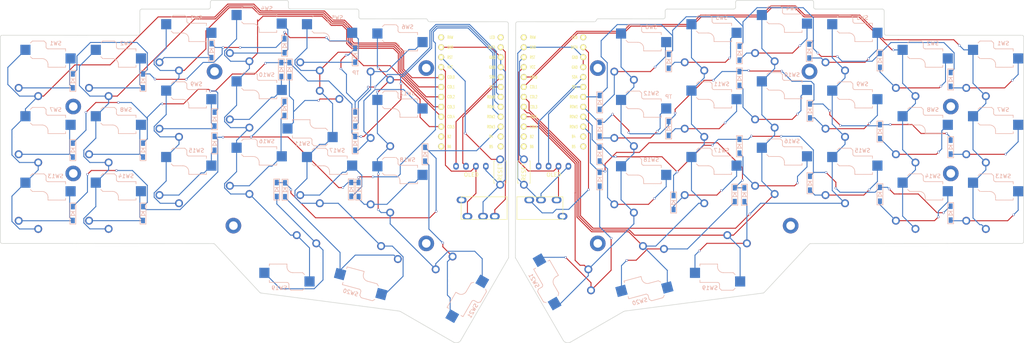
<source format=kicad_pcb>
(kicad_pcb (version 20221018) (generator pcbnew)
  (title_block (title "Corne Light") (date "2018-12-26") (rev "2.1") (company "foostan"))
  (layers (0 "F.Cu" signal) (31 "B.Cu" signal) (34 "B.Paste" user) (35 "F.Paste" user) (36 "B.SilkS" user "B.Silkscreen") (37 "F.SilkS" user "F.Silkscreen") (38 "B.Mask" user) (39 "F.Mask" user) (44 "Edge.Cuts" user))
  (net 0 "")
  (net 1 "row0")
  (net 2 "row1")
  (net 3 "Net-(D2-Pad2)")
  (net 4 "row2")
  (net 5 "Net-(D3-Pad2)")
  (net 6 "row3")
  (net 7 "Net-(D4-Pad2)")
  (net 8 "Net-(D5-Pad2)")
  (net 9 "Net-(D6-Pad2)")
  (net 10 "Net-(D8-Pad2)")
  (net 11 "Net-(D9-Pad2)")
  (net 12 "Net-(D10-Pad2)")
  (net 13 "Net-(D11-Pad2)")
  (net 14 "Net-(D12-Pad2)")
  (net 15 "Net-(D14-Pad2)")
  (net 16 "Net-(D15-Pad2)")
  (net 17 "Net-(D16-Pad2)")
  (net 18 "Net-(D17-Pad2)")
  (net 19 "Net-(D18-Pad2)")
  (net 20 "Net-(D19-Pad2)")
  (net 21 "Net-(D20-Pad2)")
  (net 22 "Net-(D21-Pad2)")
  (net 23 "GND")
  (net 24 "VCC")
  (net 25 "col0")
  (net 26 "col1")
  (net 27 "col2")
  (net 28 "col3")
  (net 29 "col4")
  (net 30 "col5")
  (net 31 "LED")
  (net 32 "data")
  (net 33 "reset")
  (net 34 "SCL")
  (net 35 "SDA")
  (net 36 "Net-(J1-PadA)")
  (net 37 "Net-(U1-Pad24)")
  (net 38 "Net-(D1-Pad2)")
  (net 39 "Net-(D7-Pad2)")
  (net 40 "Net-(D13-Pad2)")
  (footprint "kbd:MJ-4PP-9_1side" (layer "F.Cu") (at 146.55 104.7 -90)
    (fp_text reference "J1")
    (fp_text value "MJ-4PP-9" hide)
  )
  (footprint "keyswitches:Kailh_socket_PG1350_optional" (layer "F.Cu") (at 44.5 70.11)
    (fp_text reference "SW2" hide)
    (fp_text value "SW_PUSH")
  )
  (footprint "keyswitches:Kailh_socket_PG1350_optional" (layer "F.Cu") (at 62.5 63.55)
    (fp_text reference "SW3" hide)
    (fp_text value "SW_PUSH")
  )
  (footprint "keyswitches:Kailh_socket_PG1350_optional" (layer "F.Cu") (at 80.5 61.19)
    (fp_text reference "SW4" hide)
    (fp_text value "SW_PUSH")
  )
  (footprint "keyswitches:Kailh_socket_PG1350_optional" (layer "F.Cu") (at 98.5 63.55)
    (fp_text reference "SW5" hide)
    (fp_text value "SW_PUSH")
  )
  (footprint "keyswitches:Kailh_socket_PG1350_optional" (layer "F.Cu") (at 116.5 65.93)
    (fp_text reference "SW6" hide)
    (fp_text value "SW_PUSH")
  )
  (footprint "keyswitches:Kailh_socket_PG1350_optional" (layer "F.Cu") (at 44.5 87.11)
    (fp_text reference "SW8" hide)
    (fp_text value "SW_PUSH")
  )
  (footprint "keyswitches:Kailh_socket_PG1350_optional" (layer "F.Cu") (at 62.5 80.55)
    (fp_text reference "SW9" hide)
    (fp_text value "SW_PUSH")
  )
  (footprint "keyswitches:Kailh_socket_PG1350_optional" (layer "F.Cu") (at 80.5 78.18)
    (fp_text reference "SW10" hide)
    (fp_text value "SW_PUSH")
  )
  (footprint "keyswitches:Kailh_socket_PG1350_optional" (layer "F.Cu") (at 98.5 80.55 180)
    (fp_text reference "SW11" hide)
    (fp_text value "SW_PUSH")
  )
  (footprint "keyswitches:Kailh_socket_PG1350_optional" (layer "F.Cu") (at 116.5 82.93)
    (fp_text reference "SW12" hide)
    (fp_text value "SW_PUSH")
  )
  (footprint "keyswitches:Kailh_socket_PG1350_optional" (layer "F.Cu") (at 44.5 104.115)
    (fp_text reference "SW14" hide)
    (fp_text value "SW_PUSH")
  )
  (footprint "keyswitches:Kailh_socket_PG1350_optional" (layer "F.Cu") (at 62.5 97.555)
    (fp_text reference "SW15" hide)
    (fp_text value "SW_PUSH")
  )
  (footprint "keyswitches:Kailh_socket_PG1350_optional" (layer "F.Cu") (at 80.5 95.18)
    (fp_text reference "SW16" hide)
    (fp_text value "SW_PUSH")
  )
  (footprint "keyswitches:Kailh_socket_PG1350_optional" (layer "F.Cu") (at 98.5 97.555)
    (fp_text reference "SW17" hide)
    (fp_text value "SW_PUSH")
  )
  (footprint "keyswitches:Kailh_socket_PG1350_optional" (layer "F.Cu") (at 116.5 99.93)
    (fp_text reference "SW18" hide)
    (fp_text value "SW_PUSH")
  )
  (footprint "keyswitches:Kailh_socket_PG1350_optional" (layer "F.Cu") (at 92.6 117.52 180)
    (fp_text reference "SW19" hide)
    (fp_text value "SW_PUSH")
  )
  (footprint "keyswitches:Kailh_socket_PG1350_optional" (layer "F.Cu") (at 112.65 120.11 165)
    (fp_text reference "SW20" hide)
    (fp_text value "SW_PUSH")
  )
  (footprint "keyswitches:Kailh_socket_PG1350_optional" (layer "F.Cu") (at 133.25 123.32 -120)
    (fp_text reference "SW21" hide)
    (fp_text value "SW_PUSH")
  )
  (footprint "kbd:ProMicro_v2_1side" (layer "F.Cu") (at 137.1 75.44)
    (fp_text reference "U1" hide)
    (fp_text value "ProMicro" hide)
  )
  (footprint "keyswitches:Kailh_socket_PG1350_optional" (layer "F.Cu") (at 26.5 87.11)
    (fp_text reference "SW7" hide)
    (fp_text value "SW_PUSH")
  )
  (footprint "keyswitches:Kailh_socket_PG1350_optional" (layer "F.Cu") (at 26.5 104.13)
    (fp_text reference "SW13" hide)
    (fp_text value "SW_PUSH")
  )
  (footprint "keyswitches:Kailh_socket_PG1350_optional" (layer "F.Cu") (at 26.5 70.11)
    (fp_text reference "SW1" hide)
    (fp_text value "SW_PUSH")
  )
  (footprint "kbd:OLED_1side" (layer "F.Cu") (at 133.345 93.97)
    (fp_text reference "J2")
    (fp_text value "OLED" hide)
  )
  (footprint "kbd:ResetSW_1side" (layer "F.Cu") (at 144.62 95.46 -90)
    (fp_text reference "RSW1" hide)
    (fp_text value "Val**")
  )
  (footprint "kbd:LEGO_HOLE" (layer "F.Cu") (at 35.46 78.68)
    (fp_text reference "h2" hide)
    (fp_text value "h2")
  )
  (footprint "kbd:LEGO_HOLE" (layer "F.Cu") (at 76.41 109.18)
    (fp_text reference "h2" hide)
    (fp_text value "h2")
  )
  (footprint "kbd:LEGO_HOLE" (layer "F.Cu") (at 125.73 113.73)
    (fp_text reference "h2" hide)
    (fp_text value "h2")
  )
  (footprint "kbd:LEGO_HOLE" (layer "F.Cu") (at 35.46 95.82)
    (fp_text reference "h2" hide)
    (fp_text value "h2")
  )
  (footprint "keyswitches:Kailh_socket_PG1350_optional" (layer "F.Cu") (at 232.8125 97.555)
    (fp_text reference "SW15" hide)
    (fp_text value "SW_PUSH")
  )
  (footprint "keyswitches:Kailh_socket_PG1350_optional" (layer "F.Cu") (at 214.8125 95.18)
    (fp_text reference "SW16" hide)
    (fp_text value "SW_PUSH")
  )
  (footprint "keyswitches:Kailh_socket_PG1350_optional" (layer "F.Cu") (at 250.8125 70.11)
    (fp_text reference "SW2" hide)
    (fp_text value "SW_PUSH")
  )
  (footprint "kbd:ProMicro_v2_1side" (layer "F.Cu") (at 158.2125 75.44)
    (fp_text reference "U1" hide)
    (fp_text value "ProMicro" hide)
  )
  (footprint "keyswitches:Kailh_socket_PG1350_optional" (layer "F.Cu") (at 268.8125 87.11)
    (fp_text reference "SW7" hide)
    (fp_text value "SW_PUSH")
  )
  (footprint "keyswitches:Kailh_socket_PG1350_optional" (layer "F.Cu") (at 178.8125 99.93)
    (fp_text reference "SW18" hide)
    (fp_text value "SW_PUSH")
  )
  (footprint "keyswitches:Kailh_socket_PG1350_optional" (layer "F.Cu") (at 178.8125 65.93)
    (fp_text reference "SW6" hide)
    (fp_text value "SW_PUSH")
  )
  (footprint "keyswitches:Kailh_socket_PG1350_optional" (layer "F.Cu") (at 182.6625 120.11 -165)
    (fp_text reference "SW20" hide)
    (fp_text value "SW_PUSH")
  )
  (footprint "keyswitches:Kailh_socket_PG1350_optional" (layer "F.Cu") (at 202.7125 117.52 180)
    (fp_text reference "SW19" hide)
    (fp_text value "SW_PUSH")
  )
  (footprint "MountingHole:MountingHole_3.2mm_M3" (layer "F.Cu") (at 107.615 74.655)
    (fp_text reference "TP")
    (fp_text value "MountingHole_3.2mm_M3")
  )
  (footprint "keyswitches:Kailh_socket_PG1350_optional" (layer "F.Cu") (at 250.8125 87.11)
    (fp_text reference "SW8" hide)
    (fp_text value "SW_PUSH")
  )
  (footprint "" (layer "F.Cu") (at 125.73 68.83)
    (fp_text reference "")
    (fp_text value "")
  )
  (footprint "" (layer "F.Cu") (at 169.5825 68.83)
    (fp_text reference "")
    (fp_text value "")
  )
  (footprint "kbd:MJ-4PP-9_1side" (layer "F.Cu") (at 148.7625 104.7 90)
    (fp_text reference "J1")
    (fp_text value "MJ-4PP-9" hide)
  )
  (footprint "kbd:ResetSW_1side" (layer "F.Cu") (at 150.6925 95.46 -90)
    (fp_text reference "RSW1" hide)
    (fp_text value "Val**")
  )
  (footprint "keyswitches:Kailh_socket_PG1350_optional" (layer "F.Cu") (at 214.8125 78.18)
    (fp_text reference "SW10" hide)
    (fp_text value "SW_PUSH")
  )
  (footprint "" (layer "F.Cu") (at 223.722 69.7)
    (fp_text reference "")
    (fp_text value "")
  )
  (footprint "keyswitches:Kailh_socket_PG1350_optional" (layer "F.Cu") (at 196.8125 63.55)
    (fp_text reference "SW5" hide)
    (fp_text value "SW_PUSH")
  )
  (footprint "keyswitches:Kailh_socket_PG1350_optional" (layer "F.Cu") (at 268.8125 104.13)
    (fp_text reference "SW13" hide)
    (fp_text value "SW_PUSH")
  )
  (footprint "keyswitches:Kailh_socket_PG1350_optional" (layer "F.Cu") (at 268.8125 70.11)
    (fp_text reference "SW1" hide)
    (fp_text value "SW_PUSH")
  )
  (footprint "keyswitches:Kailh_socket_PG1350_optional" (layer "F.Cu") (at 214.8125 61.19)
    (fp_text reference "SW4" hide)
    (fp_text value "SW_PUSH")
  )
  (footprint "keyswitches:Kailh_socket_PG1350_optional" (layer "F.Cu") (at 178.8125 82.93)
    (fp_text reference "SW12" hide)
    (fp_text value "SW_PUSH")
  )
  (footprint "keyswitches:Kailh_socket_PG1350_optional" (layer "F.Cu") (at 196.8125 80.55)
    (fp_text reference "SW11" hide)
    (fp_text value "SW_PUSH")
  )
  (footprint "keyswitches:Kailh_socket_PG1350_optional" (layer "F.Cu") (at 162.0625 123.32 120)
    (fp_text reference "SW21" hide)
    (fp_text value "SW_PUSH")
  )
  (footprint "kbd:OLED_1side" (layer "F.Cu") (at 154.4575 93.97)
    (fp_text reference "J2")
    (fp_text value "OLED" hide)
  )
  (footprint "keyswitches:Kailh_socket_PG1350_optional" (layer "F.Cu") (at 232.8125 80.55)
    (fp_text reference "SW9" hide)
    (fp_text value "SW_PUSH")
  )
  (footprint "keyswitches:Kailh_socket_PG1350_optional" (layer "F.Cu") (at 196.8125 97.555)
    (fp_text reference "SW17" hide)
    (fp_text value "SW_PUSH")
  )
  (footprint "keyswitches:Kailh_socket_PG1350_optional" (layer "F.Cu") (at 250.8125 104.115)
    (fp_text reference "SW14" hide)
    (fp_text value "SW_PUSH")
  )
  (footprint "" (layer "F.Cu") (at 71.59 69.7)
    (fp_text reference "")
    (fp_text value "")
  )
  (footprint "keyswitches:Kailh_socket_PG1350_optional" (layer "F.Cu") (at 232.8125 63.55)
    (fp_text reference "SW3" hide)
    (fp_text value "SW_PUSH")
  )
  (footprint "kbd:D3_SMD_v2" (layer "B.Cu") (at 53.3 72.105 -90)
    (fp_text reference "D2" hide)
    (fp_text value "D" hide)
  )
  (footprint "kbd:D3_SMD_v2" (layer "B.Cu") (at 70.8 64.36 -90)
    (fp_text reference "D3" hide)
    (fp_text value "D" hide)
  )
  (footprint "kbd:D3_SMD_v2" (layer "B.Cu") (at 89.5 63.11 -90)
    (fp_text reference "D4" hide)
    (fp_text value "D" hide)
  )
  (footprint "kbd:D3_SMD_v2" (layer "B.Cu") (at 107.54 65.555 -90)
    (fp_text reference "D5" hide)
    (fp_text value "D" hide)
  )
  (footprint "kbd:D3_SMD_v2" (layer "B.Cu") (at 107.54 81.9 -90)
    (fp_text reference "D6" hide)
    (fp_text value "D" hide)
  )
  (footprint "kbd:D3_SMD_v2" (layer "B.Cu") (at 53.3 89.835 -90)
    (fp_text reference "D8" hide)
    (fp_text value "D" hide)
  )
  (footprint "kbd:D3_SMD_v2" (layer "B.Cu") (at 71.59 81.9 -90)
    (fp_text reference "D9" hide)
    (fp_text value "D" hide)
  )
  (footprint "kbd:D3_SMD_v2" (layer "B.Cu") (at 88.67 69.21 -90)
    (fp_text reference "D10" hide)
    (fp_text value "D" hide)
  )
  (footprint "kbd:D3_SMD_v2" (layer "B.Cu") (at 90.73 69.21 -90)
    (fp_text reference "D11" hide)
    (fp_text value "D" hide)
  )
  (footprint "kbd:D3_SMD_v2" (layer "B.Cu") (at 107.54 88.105 -90)
    (fp_text reference "D12" hide)
    (fp_text value "D" hide)
  )
  (footprint "kbd:D3_SMD_v2" (layer "B.Cu") (at 53.3 106.085 -90)
    (fp_text reference "D14" hide)
    (fp_text value "D" hide)
  )
  (footprint "kbd:D3_SMD_v2" (layer "B.Cu") (at 71.59 88.105 -90)
    (fp_text reference "D15" hide)
    (fp_text value "D" hide)
  )
  (footprint "kbd:D3_SMD_v2" (layer "B.Cu") (at 89.46 79.18 -90)
    (fp_text reference "D16" hide)
    (fp_text value "D" hide)
  )
  (footprint "kbd:D3_SMD_v2" (layer "B.Cu") (at 106.54 99.9 -90)
    (fp_text reference "D17" hide)
    (fp_text value "D" hide)
  )
  (footprint "kbd:D3_SMD_v2" (layer "B.Cu") (at 108.42 99.94 -90)
    (fp_text reference "D18" hide)
    (fp_text value "D" hide)
  )
  (footprint "kbd:D3_SMD_v2" (layer "B.Cu") (at 87.5 99.93 -90)
    (fp_text reference "D19" hide)
    (fp_text value "D" hide)
  )
  (footprint "kbd:D3_SMD_v2" (layer "B.Cu") (at 89.6 99.99 -90)
    (fp_text reference "D20" hide)
    (fp_text value "D" hide)
  )
  (footprint "kbd:D3_SMD_v2" (layer "B.Cu") (at 125.41 90.9 -90)
    (fp_text reference "D21" hide)
    (fp_text value "D" hide)
  )
  (footprint "kbd:D3_SMD_v2" (layer "B.Cu") (at 35.36 89.835 -90)
    (fp_text reference "D7" hide)
    (fp_text value "D" hide)
  )
  (footprint "kbd:D3_SMD_v2" (layer "B.Cu") (at 35.36 106.085 -90)
    (fp_text reference "D13" hide)
    (fp_text value "D" hide)
  )
  (footprint "kbd:D3_SMD_v2" (layer "B.Cu") (at 35.36 72.105 -90)
    (fp_text reference "D1" hide)
    (fp_text value "D" hide)
  )
  (footprint "kbd:LEGO_HOLE" (layer "B.Cu") (at 259.8525 78.68 180)
    (fp_text reference "h2" hide)
    (fp_text value "h2")
  )
  (footprint "kbd:D3_SMD_v2" (layer "B.Cu") (at 204.63 101.25099 -90)
    (fp_text reference "D20" hide)
    (fp_text value "D" hide)
  )
  (footprint "kbd:LEGO_HOLE" (layer "B.Cu") (at 259.8525 95.82 180)
    (fp_text reference "h2" hide)
    (fp_text value "h2")
  )
  (footprint "kbd:D3_SMD_v2" (layer "B.Cu") (at 223.65 64.48 -90)
    (fp_text reference "D3" hide)
    (fp_text value "D" hide)
  )
  (footprint "kbd:D3_SMD_v2" (layer "B.Cu") (at 170.07 90.86099 -90)
    (fp_text reference "D18" hide)
    (fp_text value "D" hide)
  )
  (footprint "kbd:D3_SMD_v2" (layer "B.Cu") (at 188.96 103.26099 -90)
    (fp_text reference "D17" hide)
    (fp_text value "D" hide)
  )
  (footprint "kbd:LEGO_HOLE" (layer "B.Cu") (at 218.9025 109.18 180)
    (fp_text reference "h2" hide)
    (fp_text value "h2")
  )
  (footprint "MountingHole:MountingHole_3.2mm_M3" (layer "B.Cu") (at 187.6975 74.655 180)
    (fp_text reference "TP")
    (fp_text value "MountingHole_3.2mm_M3")
  )
  (footprint "kbd:D3_SMD_v2" (layer "B.Cu") (at 223.84 98.32099 -90)
    (fp_text reference "D15" hide)
    (fp_text value "D" hide)
  )
  (footprint "kbd:D3_SMD_v2" (layer "B.Cu") (at 241.74 101.15099 -90)
    (fp_text reference "D14" hide)
    (fp_text value "D" hide)
  )
  (footprint "kbd:D3_SMD_v2" (layer "B.Cu") (at 170.07 97.30099 -90)
    (fp_text reference "D21" hide)
    (fp_text value "D" hide)
  )
  (footprint "kbd:D3_SMD_v2" (layer "B.Cu") (at 205.81 71.49099 -90)
    (fp_text reference "D10" hide)
    (fp_text value "D" hide)
  )
  (footprint "kbd:D3_SMD_v2" (layer "B.Cu") (at 205.81 65.02099 -90)
    (fp_text reference "D4" hide)
    (fp_text value "D" hide)
  )
  (footprint "kbd:D3_SMD_v2" (layer "B.Cu") (at 241.74 66.86099 -90)
    (fp_text reference "D2" hide)
    (fp_text value "D" hide)
  )
  (footprint "kbd:D3_SMD_v2" (layer "B.Cu") (at 241.74 85.09099 -90)
    (fp_text reference "D8" hide)
    (fp_text value "D" hide)
  )
  (footprint "kbd:D3_SMD_v2" (layer "B.Cu") (at 207.07 101.27099 -90)
    (fp_text reference "D19" hide)
    (fp_text value "D" hide)
  )
  (footprint "kbd:D3_SMD_v2" (layer "B.Cu") (at 170.07 84.49099 -90)
    (fp_text reference "D12" hide)
    (fp_text value "D" hide)
  )
  (footprint "kbd:D3_SMD_v2" (layer "B.Cu") (at 170.07 77.62099 -90)
    (fp_text reference "D6" hide)
    (fp_text value "D" hide)
  )
  (footprint "kbd:LEGO_HOLE" (layer "B.Cu") (at 169.5825 113.73 180)
    (fp_text reference "h2" hide)
    (fp_text value "h2")
  )
  (footprint "kbd:D3_SMD_v2" (layer "B.Cu") (at 187.7 84.29099 -90)
    (fp_text reference "D11" hide)
    (fp_text value "D" hide)
  )
  (footprint "kbd:D3_SMD_v2" (layer "B.Cu") (at 205.81 88.85099 -90)
    (fp_text reference "D16" hide)
    (fp_text value "D" hide)
  )
  (footprint "kbd:D3_SMD_v2" (layer "B.Cu") (at 223.84 79.81099 -90)
    (fp_text reference "D9" hide)
    (fp_text value "D" hide)
  )
  (footprint "kbd:D3_SMD_v2" (layer "B.Cu") (at 259.82 89.08099 -90)
    (fp_text reference "D7" hide)
    (fp_text value "D" hide)
  )
  (footprint "kbd:D3_SMD_v2" (layer "B.Cu") (at 259.82 105.99099 -90)
    (fp_text reference "D13" hide)
    (fp_text value "D" hide)
  )
  (footprint "kbd:D3_SMD_v2" (layer "B.Cu") (at 259.82 71.74099 -90)
    (fp_text reference "D1" hide)
    (fp_text value "D" hide)
  )
  (footprint "kbd:D3_SMD_v2" (layer "B.Cu") (at 187.72 67.09099 -90)
    (fp_text reference "D5" hide)
    (fp_text value "D" hide)
  )
  (gr_line (start 146.21 56.96) (end 126.589902 56.97002) (stroke (width 0.15)) (layer "Edge.Cuts"))
  (gr_line (start 51.98 60.42) (end 36.465 60.42402) (stroke (width 0.15)) (layer "Edge.Cuts"))
  (gr_arc (start 71.29 113.77) (mid 71.468081 113.802788) (end 71.622807 113.896852) (stroke (width 0.15)) (layer "Edge.Cuts"))
  (gr_arc (start 83.435863 126.434977) (mid 83.286919 126.383443) (end 83.16 126.29) (stroke (width 0.15)) (layer "Edge.Cuts"))
  (gr_line (start 71.622807 113.896852) (end 83.16 126.29) (stroke (width 0.15)) (layer "Edge.Cuts"))
  (gr_arc (start 134.54 138.58) (mid 133.654808 139.170146) (end 132.611988 138.959491) (stroke (width 0.15)) (layer "Edge.Cuts"))
  (gr_arc (start 118.400076 131.004364) (mid 118.730472 131.053171) (end 119.05452 131.13402) (stroke (width 0.15)) (layer "Edge.Cuts"))
  (gr_line (start 134.54 138.58) (end 146.79 117.4) (stroke (width 0.15)) (layer "Edge.Cuts"))
  (gr_line (start 119.05452 131.13402) (end 132.611988 138.959491) (stroke (width 0.15)) (layer "Edge.Cuts"))
  (gr_line (start 83.435863 126.434977) (end 118.400076 131.004364) (stroke (width 0.15)) (layer "Edge.Cuts"))
  (gr_line (start 71.29 113.77) (end 36.40952 113.74402) (stroke (width 0.15)) (layer "Edge.Cuts"))
  (gr_arc (start 125.62 56.21) (mid 125.936236 56.322708) (end 126.109902 56.61002) (stroke (width 0.15)) (layer "Edge.Cuts"))
  (gr_arc (start 126.589902 56.97002) (mid 126.289897 56.870023) (end 126.109902 56.61002) (stroke (width 0.15)) (layer "Edge.Cuts"))
  (gr_line (start 125.62 56.21) (end 108.98952 56.22402) (stroke (width 0.15)) (layer "Edge.Cuts"))
  (gr_arc (start 52.48 59.92) (mid 52.333553 60.273553) (end 51.98 60.42) (stroke (width 0.15)) (layer "Edge.Cuts"))
  (gr_arc (start 52.48952 54.22402) (mid 52.635961 53.870461) (end 52.98952 53.72402) (stroke (width 0.15)) (layer "Edge.Cuts"))
  (gr_line (start 89.97952 51.47402) (end 71.01952 51.47402) (stroke (width 0.15)) (layer "Edge.Cuts"))
  (gr_line (start 90.47952 53.22402) (end 90.47952 51.97402) (stroke (width 0.15)) (layer "Edge.Cuts"))
  (gr_line (start 107.98952 53.72402) (end 90.97952 53.72402) (stroke (width 0.15)) (layer "Edge.Cuts"))
  (gr_line (start 108.48952 55.72402) (end 108.48952 54.22402) (stroke (width 0.15)) (layer "Edge.Cuts"))
  (gr_line (start 52.48952 54.22402) (end 52.48 59.92) (stroke (width 0.15)) (layer "Edge.Cuts"))
  (gr_line (start 70.01952 53.72402) (end 52.98952 53.72402) (stroke (width 0.15)) (layer "Edge.Cuts"))
  (gr_line (start 70.51952 51.97402) (end 70.51952 53.22402) (stroke (width 0.15)) (layer "Edge.Cuts"))
  (gr_arc (start 70.51952 53.22402) (mid 70.373068 53.577568) (end 70.01952 53.72402) (stroke (width 0.15)) (layer "Edge.Cuts"))
  (gr_arc (start 70.51952 51.97402) (mid 70.665961 51.620461) (end 71.01952 51.47402) (stroke (width 0.15)) (layer "Edge.Cuts"))
  (gr_arc (start 89.97952 51.47402) (mid 90.333053 51.620475) (end 90.47952 51.97402) (stroke (width 0.15)) (layer "Edge.Cuts"))
  (gr_arc (start 90.97952 53.72402) (mid 90.625947 53.577582) (end 90.47952 53.22402) (stroke (width 0.15)) (layer "Edge.Cuts"))
  (gr_arc (start 107.98952 53.72402) (mid 108.343053 53.870475) (end 108.48952 54.22402) (stroke (width 0.15)) (layer "Edge.Cuts"))
  (gr_arc (start 108.98952 56.22402) (mid 108.635947 56.077582) (end 108.48952 55.72402) (stroke (width 0.15)) (layer "Edge.Cuts"))
  (gr_arc (start 146.21 56.96) (mid 146.563553 57.106447) (end 146.71 57.46) (stroke (width 0.15)) (layer "Edge.Cuts"))
  (gr_arc (start 16.8 60.92) (mid 16.946447 60.566447) (end 17.3 60.42) (stroke (width 0.15)) (layer "Edge.Cuts"))
  (gr_arc (start 17.3 113.74) (mid 16.946447 113.593553) (end 16.8 113.24) (stroke (width 0.15)) (layer "Edge.Cuts"))
  (gr_line (start 36.465 60.42402) (end 17.3 60.42) (stroke (width 0.15)) (layer "Edge.Cuts"))
  (gr_line (start 36.40952 113.74402) (end 17.3 113.74) (stroke (width 0.15)) (layer "Edge.Cuts"))
  (gr_arc (start 278.5125 113.24) (mid 278.36605 113.593547) (end 278.0125 113.74) (stroke (width 0.15)) (layer "Edge.Cuts"))
  (gr_line (start 162.700512 138.959491) (end 176.25798 131.13402) (stroke (width 0.15)) (layer "Edge.Cuts"))
  (gr_arc (start 176.25798 131.13402) (mid 176.582029 131.053177) (end 176.912424 131.004364) (stroke (width 0.15)) (layer "Edge.Cuts"))
  (gr_arc (start 148.6025 57.46) (mid 148.748943 57.10644) (end 149.1025 56.96) (stroke (width 0.15)) (layer "Edge.Cuts"))
  (gr_line (start 204.33298 53.72402) (end 187.32298 53.72402) (stroke (width 0.15)) (layer "Edge.Cuts"))
  (gr_line (start 186.82298 54.22402) (end 186.82298 55.72402) (stroke (width 0.15)) (layer "Edge.Cuts"))
  (gr_line (start 186.32298 56.22402) (end 169.6925 56.21) (stroke (width 0.15)) (layer "Edge.Cuts"))
  (gr_line (start 176.912424 131.004364) (end 211.876637 126.434977) (stroke (width 0.15)) (layer "Edge.Cuts"))
  (gr_arc (start 223.689693 113.896852) (mid 223.844418 113.802786) (end 224.0225 113.77) (stroke (width 0.15)) (layer "Edge.Cuts"))
  (gr_arc (start 169.202598 56.61002) (mid 169.022613 56.870053) (end 168.722598 56.97002) (stroke (width 0.15)) (layer "Edge.Cuts"))
  (gr_arc (start 243.3325 60.42) (mid 242.978943 60.273554) (end 242.8325 59.92) (stroke (width 0.15)) (layer "Edge.Cuts"))
  (gr_line (start 168.722598 56.97002) (end 149.1025 56.96) (stroke (width 0.15)) (layer "Edge.Cuts"))
  (gr_line (start 224.79298 53.22402) (end 224.79298 51.97402) (stroke (width 0.15)) (layer "Edge.Cuts"))
  (gr_arc (start 162.700512 138.959491) (mid 161.657688 139.17016) (end 160.7725 138.58) (stroke (width 0.15)) (layer "Edge.Cuts"))
  (gr_line (start 16.8 60.92) (end 16.8 113.24) (stroke (width 0.15)) (layer "Edge.Cuts"))
  (gr_line (start 212.1525 126.29) (end 223.689693 113.896852) (stroke (width 0.15)) (layer "Edge.Cuts"))
  (gr_line (start 204.83298 51.97402) (end 204.83298 53.22402) (stroke (width 0.15)) (layer "Edge.Cuts"))
  (gr_line (start 148.5225 117.4) (end 160.7725 138.58) (stroke (width 0.15)) (layer "Edge.Cuts"))
  (gr_arc (start 186.82298 55.72402) (mid 186.676522 56.077547) (end 186.32298 56.22402) (stroke (width 0.15)) (layer "Edge.Cuts"))
  (gr_line (start 148.5225 117.4) (end 148.6025 57.46) (stroke (width 0.15)) (layer "Edge.Cuts"))
  (gr_line (start 258.90298 113.74402) (end 224.0225 113.77) (stroke (width 0.15)) (layer "Edge.Cuts"))
  (gr_arc (start 186.82298 54.22402) (mid 186.969415 53.87044) (end 187.32298 53.72402) (stroke (width 0.15)) (layer "Edge.Cuts"))
  (gr_line (start 278.5125 113.24) (end 278.5125 60.92) (stroke (width 0.15)) (layer "Edge.Cuts"))
  (gr_line (start 278.0125 113.74) (end 258.90298 113.74402) (stroke (width 0.15)) (layer "Edge.Cuts"))
  (gr_line (start 242.32298 53.72402) (end 225.29298 53.72402) (stroke (width 0.15)) (layer "Edge.Cuts"))
  (gr_arc (start 204.83298 53.22402) (mid 204.686522 53.577547) (end 204.33298 53.72402) (stroke (width 0.15)) (layer "Edge.Cuts"))
  (gr_line (start 146.71 57.46) (end 146.79 117.4) (stroke (width 0.15)) (layer "Edge.Cuts"))
  (gr_line (start 278.0125 60.42) (end 258.8475 60.42402) (stroke (width 0.15)) (layer "Edge.Cuts"))
  (gr_arc (start 225.29298 53.72402) (mid 224.939429 53.577568) (end 224.79298 53.22402) (stroke (width 0.15)) (layer "Edge.Cuts"))
  (gr_line (start 224.29298 51.47402) (end 205.33298 51.47402) (stroke (width 0.15)) (layer "Edge.Cuts"))
  (gr_line (start 242.8325 59.92) (end 242.82298 54.22402) (stroke (width 0.15)) (layer "Edge.Cuts"))
  (gr_arc (start 169.202598 56.61002) (mid 169.376262 56.322703) (end 169.6925 56.21) (stroke (width 0.15)) (layer "Edge.Cuts"))
  (gr_arc (start 278.0125 60.42) (mid 278.36605 60.566447) (end 278.5125 60.92) (stroke (width 0.15)) (layer "Edge.Cuts"))
  (gr_line (start 258.8475 60.42402) (end 243.3325 60.42) (stroke (width 0.15)) (layer "Edge.Cuts"))
  (gr_arc (start 224.29298 51.47402) (mid 224.646536 51.620461) (end 224.79298 51.97402) (stroke (width 0.15)) (layer "Edge.Cuts"))
  (gr_arc (start 204.83298 51.97402) (mid 204.979415 51.62044) (end 205.33298 51.47402) (stroke (width 0.15)) (layer "Edge.Cuts"))
  (gr_arc (start 242.32298 53.72402) (mid 242.676536 53.870461) (end 242.82298 54.22402) (stroke (width 0.15)) (layer "Edge.Cuts"))
  (gr_arc (start 212.1525 126.29) (mid 212.02558 126.383441) (end 211.876637 126.434977) (stroke (width 0.15)) (layer "Edge.Cuts"))
  (segment (start 78.14 63.56) (end 73.78 63.56) (width 0.25) (layer "F.Cu") (net 1))
  (segment (start 230.82 65.86099) (end 226.73 65.86099) (width 0.25) (layer "F.Cu") (net 1))
  (segment (start 103.91 66.82) (end 105.23 65.5) (width 0.25) (layer "F.Cu") (net 1))
  (segment (start 110.8755 73.69) (end 112.6 73.69) (width 0.25) (layer "F.Cu") (net 1))
  (segment (start 103.91 69.02) (end 103.91 66.82) (width 0.25) (layer "F.Cu") (net 1))
  (segment (start 100.17 61.03) (end 90.86 61.03) (width 0.25) (layer "F.Cu") (net 1))
  (segment (start 90.86 61.03) (end 89.46 59.63) (width 0.25) (layer "F.Cu") (net 1))
  (segment (start 226.73 65.86099) (end 225.87 65.00099) (width 0.25) (layer "F.Cu") (net 1))
  (segment (start 56.41 71.71) (end 56.36 71.66) (width 0.25) (layer "F.Cu") (net 1))
  (segment (start 64.34 71.71) (end 56.41 71.71) (width 0.25) (layer "F.Cu") (net 1))
  (via (at 64.34 71.71) (size 0.6) (drill 0.4) (layers "F.Cu" "B.Cu") (net 1))
  (via (at 225.87 65.00099) (size 0.6) (drill 0.4) (layers "F.Cu" "B.Cu") (net 1))
  (via (at 230.82 65.86099) (size 0.6) (drill 0.4) (layers "F.Cu" "B.Cu") (net 1))
  (via (at 73.78 63.56) (size 0.6) (drill 0.4) (layers "F.Cu" "B.Cu") (net 1))
  (via (at 56.36 71.66) (size 0.6) (drill 0.4) (layers "F.Cu" "B.Cu") (net 1))
  (via (at 110.8755 73.69) (size 0.6) (drill 0.4) (layers "F.Cu" "B.Cu") (net 1))
  (via (at 78.14 63.56) (size 0.6) (drill 0.4) (layers "F.Cu" "B.Cu") (net 1))
  (via (at 100.17 61.03) (size 0.6) (drill 0.4) (layers "F.Cu" "B.Cu") (net 1))
  (via (at 103.91 69.02) (size 0.6) (drill 0.4) (layers "F.Cu" "B.Cu") (net 1))
  (via (at 89.46 59.63) (size 0.6) (drill 0.4) (layers "F.Cu" "B.Cu") (net 1))
  (via (at 105.23 65.5) (size 0.6) (drill 0.4) (layers "F.Cu" "B.Cu") (net 1))
  (via (at 112.6 73.69) (size 0.6) (drill 0.4) (layers "F.Cu" "B.Cu") (net 1))
  (segment (start 143.6694 64.5594) (end 143.6694 75.115) (width 0.25) (layer "B.Cu") (net 1))
  (segment (start 107.54 63.78) (end 105.63 61.87) (width 0.25) (layer "B.Cu") (net 1))
  (segment (start 170.45 65.91) (end 172.01 67.47) (width 0.25) (layer "B.Cu") (net 1))
  (segment (start 51.75 62.27) (end 39.865 62.27) (width 0.25) (layer "B.Cu") (net 1))
  (segment (start 56.36 71.66) (end 55.03 70.33) (width 0.25) (layer "B.Cu") (net 1))
  (segment (start 119.716 70.489) (end 126.65 63.555) (width 0.25) (layer "B.Cu") (net 1))
  (segment (start 188.72 59.1675) (end 188.72 64.31599) (width 0.25) (layer "B.Cu") (net 1))
  (segment (start 39.865 62.27) (end 36.4 65.735) (width 0.25) (layer "B.Cu") (net 1))
  (segment (start 241.74 65.08599) (end 239.75 67.07599) (width 0.25) (layer "B.Cu") (net 1))
  (segment (start 105.32 70.43) (end 103.91 69.02) (width 0.25) (layer "B.Cu") (net 1))
  (segment (start 110.8755 73.69) (end 110.8755 74.2045) (width 0.25) (layer "B.Cu") (net 1))
  (segment (start 115.801 70.489) (end 119.716 70.489) (width 0.25) (layer "B.Cu") (net 1))
  (segment (start 73.54 63.8) (end 73.78 63.56) (width 0.25) (layer "B.Cu") (net 1))
  (segment (start 107.625 77.455) (end 107.54 77.54) (width 0.25) (layer "B.Cu") (net 1))
  (segment (start 36.4 69.29) (end 35.36 70.33) (width 0.25) (layer "B.Cu") (net 1))
  (segment (start 128.21 57.65) (end 136.76 57.65) (width 0.25) (layer "B.Cu") (net 1))
  (segment (start 107.54 77.54) (end 107.54 78.04) (width 0.25) (layer "B.Cu") (net 1))
  (segment (start 232.035 67.07599) (end 230.82 65.86099) (width 0.25) (layer "B.Cu") (net 1))
  (segment (start 188.7125 60.555) (end 185.84849 57.69099) (width 0.25) (layer "B.Cu") (net 1))
  (segment (start 170.45 61.8175) (end 170.45 65.91) (width 0.25) (layer "B.Cu") (net 1))
  (segment (start 165.8689 76.202) (end 169.71399 76.202) (width 0.25) (layer "B.Cu") (net 1))
  (segment (start 222.11401 53.365) (end 210.32599 53.365) (width 0.25) (layer "B.Cu") (net 1))
  (segment (start 239.75 67.07599) (end 232.035 67.07599) (width 0.25) (layer "B.Cu") (net 1))
  (segment (start 89.46 61.295) (end 89.5 61.335) (width 0.25) (layer "B.Cu") (net 1))
  (segment (start 206.7125 56.97849) (end 206.7125 62.34349) (width 0.25) (layer "B.Cu") (net 1))
  (segment (start 223.8175 62.705) (end 224.7125 61.81) (width 0.25) (layer "B.Cu") (net 1))
  (segment (start 192.20651 55.68099) (end 188.72 59.1675) (width 0.25) (layer "B.Cu") (net 1))
  (segment (start 53.3 70.33) (end 54.4 69.23) (width 0.25) (layer "B.Cu") (net 1))
  (segment (start 185.84849 57.69099) (end 174.57651 57.69099) (width 0.25) (layer "B.Cu") (net 1))
  (segment (start 174.57651 57.69099) (end 170.45 61.8175) (width 0.25) (layer "B.Cu") (net 1))
  (segment (start 260.7125 69.07349) (end 260.7125 64.92349) (width 0.25) (layer "B.Cu") (net 1))
  (segment (start 260.7125 64.92349) (end 258.07401 62.285) (width 0.25) (layer "B.Cu") (net 1))
  (segment (start 112.6 73.69) (end 115.801 70.489) (width 0.25) (layer "B.Cu") (net 1))
  (segment (start 258.07401 62.285) (end 244.54099 62.285) (width 0.25) (layer "B.Cu") (net 1))
  (segment (start 188.72 64.31599) (end 187.72 65.31599) (width 0.25) (layer "B.Cu") (net 1))
  (segment (start 225.87 65.00099) (end 224.7125 63.84349) (width 0.25) (layer "B.Cu") (net 1))
  (segment (start 105.82 65.5) (end 107.54 63.78) (width 0.25) (layer "B.Cu") (net 1))
  (segment (start 110.8755 74.2045) (end 107.625 77.455) (width 0.25) (layer "B.Cu") (net 1))
  (segment (start 87.275 63.56) (end 78.14 63.56) (width 0.25) (layer "B.Cu") (net 1))
  (segment (start 206.7125 62.34349) (end 206.7125 58.175) (width 0.25) (layer "B.Cu") (net 1))
  (segment (start 105.23 65.5) (end 105.82 65.5) (width 0.25) (layer "B.Cu") (net 1))
  (segment (start 73.54 65.245) (end 73.54 63.8) (width 0.25) (layer "B.Cu") (net 1))
  (segment (start 89.5 61.335) (end 87.275 63.56) (width 0.25) (layer "B.Cu") (net 1))
  (segment (start 259.82 69.96599) (end 260.7125 69.07349) (width 0.25) (layer "B.Cu") (net 1))
  (segment (start 36.4 65.735) (end 36.4 69.29) (width 0.25) (layer "B.Cu") (net 1))
  (segment (start 206.7125 58.175) (end 204.21849 55.68099) (width 0.25) (layer "B.Cu") (net 1))
  (segment (start 68.675 67.375) (end 71.41 67.375) (width 0.25) (layer "B.Cu") (net 1))
  (segment (start 54.4 69.23) (end 54.4 64.92) (width 0.25) (layer "B.Cu") (net 1))
  (segment (start 71.215 63) (end 71.215 62.585) (width 0.25) (layer "B.Cu") (net 1))
  (segment (start 64.34 71.71) (end 68.675 67.375) (width 0.25) (layer "B.Cu") (net 1))
  (segment (start 54.4 64.92) (end 51.75 62.27) (width 0.25) (layer "B.Cu") (net 1))
  (segment (start 244.54099 62.285) (end 241.74 65.08599) (width 0.25) (layer "B.Cu") (net 1))
  (segment (start 126.65 59.21) (end 128.21 57.65) (width 0.25) (layer "B.Cu") (net 1))
  (segment (start 223.65 62.705) (end 223.8175 62.705) (width 0.25) (layer "B.Cu") (net 1))
  (segment (start 71.41 67.375) (end 73.54 65.245) (width 0.25) (layer "B.Cu") (net 1))
  (segment (start 71.775 63.56) (end 71.215 63) (width 0.25) (layer "B.Cu") (net 1))
  (segment (start 136.76 57.65) (end 143.6694 64.5594) (width 0.25) (layer "B.Cu") (net 1))
  (segment (start 224.7125 61.81) (end 224.7125 55.96349) (width 0.25) (layer "B.Cu") (net 1))
  (segment (start 106.846928 76.68) (end 105.32 75.153072) (width 0.25) (layer "B.Cu") (net 1))
  (segment (start 106.846928 76.68) (end 106.85 76.68) (width 0.25) (layer "B.Cu") (net 1))
  (segment (start 224.7125 55.96349) (end 222.11401 53.365) (width 0.25) (layer "B.Cu") (net 1))
  (segment (start 172.01 67.47) (end 172.01 73.83599) (width 0.25) (layer "B.Cu") (net 1))
  (segment (start 224.7125 63.84349) (end 224.7125 61.81) (width 0.25) (layer "B.Cu") (net 1))
  (segment (start 169.71399 76.202) (end 170.07 75.84599) (width 0.25) (layer "B.Cu") (net 1))
  (segment (start 106.85 76.68) (end 107.625 77.455) (width 0.25) (layer "B.Cu") (net 1))
  (segment (start 126.65 63.555) (end 126.65 59.21) (width 0.25) (layer "B.Cu") (net 1))
  (segment (start 210.32599 53.365) (end 206.7125 56.97849) (width 0.25) (layer "B.Cu") (net 1))
  (segment (start 105.63 61.87) (end 101.01 61.87) (width 0.25) (layer "B.Cu") (net 1))
  (segment (start 188.7125 64.32349) (end 188.7125 60.555) (width 0.25) (layer "B.Cu") (net 1))
  (segment (start 73.78 63.56) (end 71.775 63.56) (width 0.25) (layer "B.Cu") (net 1))
  (segment (start 172.01 73.83599) (end 170 75.84599) (width 0.25) (layer "B.Cu") (net 1))
  (segment (start 206.7125 62.34349) (end 205.81 63.24599) (width 0.25) (layer "B.Cu") (net 1))
  (segment (start 105.32 75.153072) (end 105.32 70.43) (width 0.25) (layer "B.Cu") (net 1))
  (segment (start 107.54 80.125) (end 107.54 78.04) (width 0.25) (layer "B.Cu") (net 1))
  (segment (start 187.72 65.31599) (end 188.7125 64.32349) (width 0.25) (layer "B.Cu") (net 1))
  (segment (start 89.46 59.63) (end 89.46 61.295) (width 0.25) (layer "B.Cu") (net 1))
  (segment (start 101.01 61.87) (end 100.17 61.03) (width 0.25) (layer "B.Cu") (net 1))
  (segment (start 143.6694 75.115) (end 144.7564 76.202) (width 0.25) (layer "B.Cu") (net 1))
  (segment (start 55.03 70.33) (end 53.3 70.33) (width 0.25) (layer "B.Cu") (net 1))
  (segment (start 204.21849 55.68099) (end 192.20651 55.68099) (width 0.25) (layer "B.Cu") (net 1))
  (segment (start 196.79986 71.96099) (end 189.36 79.40085) (width 0.25) (layer "F.Cu") (net 2))
  (segment (start 119.26 76.87165) (end 109.77165 86.36) (width 0.25) (layer "F.Cu") (net 2))
  (segment (start 41.23 77.65) (end 38.71 80.17) (width 0.25) (layer "F.Cu") (net 2))
  (segment (start 208.29 69.59099) (end 208.15 69.45099) (width 0.25) (layer "F.Cu") (net 2))
  (segment (start 228.913 80.81399) (end 228.913 79.77099) (width 0.25) (layer "F.Cu") (net 2))
  (segment (start 189.36 79.40085) (end 189.36 80.35099) (width 0.25) (layer "F.Cu") (net 2))
  (segment (start 47 77.65) (end 41.23 77.65) (width 0.25) (layer "F.Cu") (net 2))
  (segment (start 81.815 70.355) (end 84.57 67.6) (width 0.25) (layer "F.Cu") (net 2))
  (segment (start 109.77165 86.36) (end 109.06 86.36) (width 0.25) (layer "F.Cu") (net 2))
  (segment (start 67.34835 74.3) (end 63.65835 77.99) (width 0.25) (layer "F.Cu") (net 2))
  (segment (start 70.53 74.71) (end 71.778047 74.71) (width 0.25) (layer "F.Cu") (net 2))
  (segment (start 177.53 84.79099) (end 173.37 80.63099) (width 0.25) (layer "F.Cu") (net 2))
  (segment (start 119.26 72.81) (end 119.26 76.87165) (width 0.25) (layer "F.Cu") (net 2))
  (segment (start 177.53 85.37099) (end 177.53 84.79099) (width 0.25) (layer "F.Cu") (net 2))
  (segment (start 231.6 83.50099) (end 228.913 80.81399) (width 0.25) (layer "F.Cu") (net 2))
  (segment (start 76.133047 70.355) (end 81.815 70.355) (width 0.25) (layer "F.Cu") (net 2))
  (segment (start 252.238489 85.58099) (end 249.948489 83.29099) (width 0.25) (layer "F.Cu") (net 2))
  (segment (start 71.778047 74.71) (end 76.133047 70.355) (width 0.25) (layer "F.Cu") (net 2))
  (segment (start 70.53 74.71) (end 70.12 74.3) (width 0.25) (layer "F.Cu") (net 2))
  (segment (start 199.12 71.96099) (end 196.79986 71.96099) (width 0.25) (layer "F.Cu") (net 2))
  (segment (start 70.12 74.3) (end 67.34835 74.3) (width 0.25) (layer "F.Cu") (net 2))
  (segment (start 216.62 69.59099) (end 208.29 69.59099) (width 0.25) (layer "F.Cu") (net 2))
  (segment (start 249.948489 83.29099) (end 244.37 83.29099) (width 0.25) (layer "F.Cu") (net 2))
  (segment (start 258.78 85.58099) (end 252.238489 85.58099) (width 0.25) (layer "F.Cu") (net 2))
  (segment (start 63.65835 77.99) (end 58.2 77.99) (width 0.25) (layer "F.Cu") (net 2))
  (via (at 258.78 85.58099) (size 0.6) (drill 0.4) (layers "F.Cu" "B.Cu") (net 2))
  (via (at 109.06 86.36) (size 0.6) (drill 0.4) (layers "F.Cu" "B.Cu") (net 2))
  (via (at 119.26 72.81) (size 0.6) (drill 0.4) (layers "F.Cu" "B.Cu") (net 2))
  (via (at 208.15 69.45099) (size 0.6) (drill 0.4) (layers "F.Cu" "B.Cu") (net 2))
  (via (at 199.12 71.96099) (size 0.6) (drill 0.4) (layers "F.Cu" "B.Cu") (net 2))
  (via (at 84.57 67.6) (size 0.6) (drill 0.4) (layers "F.Cu" "B.Cu") (net 2))
  (via (at 216.62 69.59099) (size 0.6) (drill 0.4) (layers "F.Cu" "B.Cu") (net 2))
  (via (at 231.6 83.50099) (size 0.6) (drill 0.4) (layers "F.Cu" "B.Cu") (net 2))
  (via (at 173.37 80.63099) (size 0.6) (drill 0.4) (layers "F.Cu" "B.Cu") (net 2))
  (via (at 244.37 83.29099) (size 0.6) (drill 0.4) (layers "F.Cu" "B.Cu") (net 2))
  (via (at 70.53 74.71) (size 0.6) (drill 0.4) (layers "F.Cu" "B.Cu") (net 2))
  (via (at 177.53 85.37099) (size 0.6) (drill 0.4) (layers "F.Cu" "B.Cu") (net 2))
  (via (at 189.36 80.35099) (size 0.6) (drill 0.4) (layers "F.Cu" "B.Cu") (net 2))
  (via (at 228.913 79.77099) (size 0.6) (drill 0.4) (layers "F.Cu" "B.Cu") (net 2))
  (via (at 47 77.65) (size 0.6) (drill 0.4) (layers "F.Cu" "B.Cu") (net 2))
  (via (at 58.2 77.99) (size 0.6) (drill 0.4) (layers "F.Cu" "B.Cu") (net 2))
  (via (at 38.71 80.17) (size 0.6) (drill 0.4) (layers "F.Cu" "B.Cu") (net 2))
  (segment (start 206.075 69.45099) (end 205.81 69.71599) (width 0.25) (layer "B.Cu") (net 2))
  (segment (start 177.815 85.65599) (end 177.53 85.37099) (width 0.25) (layer "B.Cu") (net 2))
  (segment (start 57.826316 77.99) (end 58.2 77.99) (width 0.25) (layer "B.Cu") (net 2))
  (segment (start 231.645 83.61599) (end 231.6 83.57099) (width 0.25) (layer "B.Cu") (net 2))
  (segment (start 144.7564 78.742) (end 143.2 77.1856) (width 0.25) (layer "B.Cu") (net 2))
  (segment (start 84.57 67.6) (end 84.735 67.435) (width 0.25) (layer "B.Cu") (net 2))
  (segment (start 38.71 80.17) (end 38.71 84.71) (width 0.25) (layer "B.Cu") (net 2))
  (segment (start 259.82 87.30599) (end 259.82 86.62099) (width 0.25) (layer "B.Cu") (net 2))
  (segment (start 127.1 63.741396) (end 119.902396 70.939) (width 0.25) (layer "B.Cu") (net 2))
  (segment (start 241.44 83.61599) (end 231.645 83.61599) (width 0.25) (layer "B.Cu") (net 2))
  (segment (start 227.178 78.03599) (end 223.84 78.03599) (width 0.25) (layer "B.Cu") (net 2))
  (segment (start 106.715 85.505) (end 106.715 78.055) (width 0.25) (layer "B.Cu") (net 2))
  (segment (start 107.54 86.33) (end 106.715 85.505) (width 0.25) (layer "B.Cu") (net 2))
  (segment (start 119.15 72.7) (end 119.26 72.81) (width 0.25) (layer "B.Cu") (net 2))
  (segment (start 54.4 81.416316) (end 57.826316 77.99) (width 0.25) (layer "B.Cu") (net 2))
  (segment (start 165.8689 78.742) (end 169.84289 82.71599) (width 0.25) (layer "B.Cu") (net 2))
  (segment (start 173.37 80.63099) (end 171.285 82.71599) (width 0.25) (layer "B.Cu") (net 2))
  (segment (start 38.71 84.71) (end 35.36 88.06) (width 0.25) (layer "B.Cu") (net 2))
  (segment (start 72.4 75.175) (end 72.4 79.315) (width 0.25) (layer "B.Cu") (net 2))
  (segment (start 106.715 78.055) (end 100.805 72.145) (width 0.25) (layer "B.Cu") (net 2))
  (segment (start 143.2 64.726396) (end 136.573604 58.1) (width 0.25) (layer "B.Cu") (net 2))
  (segment (start 128.396396 58.1) (end 127.1 59.396396) (width 0.25) (layer "B.Cu") (net 2))
  (segment (start 54.4 86.96) (end 54.4 82.09) (width 0.25) (layer "B.Cu") (net 2))
  (segment (start 231.6 83.57099) (end 231.6 83.50099) (width 0.25) (layer "B.Cu") (net 2))
  (segment (start 90.73 67.435) (end 95.44 72.145) (width 0.25) (layer "B.Cu") (net 2))
  (segment (start 84.735 67.435) (end 88.67 67.435) (width 0.25) (layer "B.Cu") (net 2))
  (segment (start 189.36 80.85599) (end 187.7 82.51599) (width 0.25) (layer "B.Cu") (net 2))
  (segment (start 119.902396 70.939) (end 119.421 70.939) (width 0.25) (layer "B.Cu") (net 2))
  (segment (start 95.44 72.145) (end 100.805 72.145) (width 0.25) (layer "B.Cu") (net 2))
  (segment (start 241.74 83.31599) (end 241.44 83.61599) (width 0.25) (layer "B.Cu") (net 2))
  (segment (start 119.421 70.939) (end 119.15 71.21) (width 0.25) (layer "B.Cu") (net 2))
  (segment (start 90.73 67.435) (end 88.67 67.435) (width 0.25) (layer "B.Cu") (net 2))
  (segment (start 171.285 82.71599) (end 170 82.71599) (width 0.25) (layer "B.Cu") (net 2))
  (segment (start 244.37 83.29099) (end 244.345 83.31599) (width 0.25) (layer "B.Cu") (net 2))
  (segment (start 54.4 82.09) (end 54.4 81.416316) (width 0.25) (layer "B.Cu") (net 2))
  (segment (start 169.84289 82.71599) (end 170.07 82.71599) (width 0.25) (layer "B.Cu") (net 2))
  (segment (start 107.57 86.36) (end 107.54 86.33) (width 0.25) (layer "B.Cu") (net 2))
  (segment (start 228.913 79.77099) (end 227.178 78.03599) (width 0.25) (layer "B.Cu") (net 2))
  (segment (start 208.15 69.45099) (end 206.075 69.45099) (width 0.25) (layer "B.Cu") (net 2))
  (segment (start 259.82 86.62099) (end 258.78 85.58099) (width 0.25) (layer "B.Cu") (net 2))
  (segment (start 54.4 82.09) (end 54.4 81.735) (width 0.25) (layer "B.Cu") (net 2))
  (segment (start 185.51 85.65599) (end 177.815 85.65599) (width 0.25) (layer "B.Cu") (net 2))
  (segment (start 223.84 78.03599) (end 224.86 77.01599) (width 0.25) (layer "B.Cu") (net 2))
  (segment (start 187.7 83.46599) (end 185.51 85.65599) (width 0.25) (layer "B.Cu") (net 2))
  (segment (start 219.24901 72.22) (end 216.62 69.59099) (width 0.25) (layer "B.Cu") (net 2))
  (segment (start 205.81 69.71599) (end 201.365 69.71599) (width 0.25) (layer "B.Cu") (net 2))
  (segment (start 201.365 69.71599) (end 199.12 71.96099) (width 0.25) (layer "B.Cu") (net 2))
  (segment (start 50.315 77.65) (end 47 77.65) (width 0.25) (layer "B.Cu") (net 2))
  (segment (start 244.345 83.31599) (end 241.74 83.31599) (width 0.25) (layer "B.Cu") (net 2))
  (segment (start 189.36 80.35099) (end 189.36 80.85599) (width 0.25) (layer "B.Cu") (net 2))
  (segment (start 54.4 81.735) (end 50.315 77.65) (width 0.25) (layer "B.Cu") (net 2))
  (segment (start 224.1275 72.22) (end 219.24901 72.22) (width 0.25) (layer "B.Cu") (net 2))
  (segment (start 127.1 59.396396) (end 127.1 63.741396) (width 0.25) (layer "B.Cu") (net 2))
  (segment (start 224.86 77.01599) (end 224.86 72.9525) (width 0.25) (layer "B.Cu") (net 2))
  (segment (start 224.86 72.9525) (end 224.1275 72.22) (width 0.25) (layer "B.Cu") (net 2))
  (segment (start 71.935 74.71) (end 72.4 75.175) (width 0.25) (layer "B.Cu") (net 2))
  (segment (start 72.4 79.315) (end 71.59 80.125) (width 0.25) (layer "B.Cu") (net 2))
  (segment (start 143.2 77.1856) (end 143.2 64.726396) (width 0.25) (layer "B.Cu") (net 2))
  (segment (start 109.06 86.36) (end 107.57 86.36) (width 0.25) (layer "B.Cu") (net 2))
  (segment (start 136.573604 58.1) (end 128.396396 58.1) (width 0.25) (layer "B.Cu") (net 2))
  (segment (start 53.3 88.06) (end 54.4 86.96) (width 0.25) (layer "B.Cu") (net 2))
  (segment (start 187.7 82.51599) (end 187.7 83.46599) (width 0.25) (layer "B.Cu") (net 2))
  (segment (start 70.53 74.71) (end 71.935 74.71) (width 0.25) (layer "B.Cu") (net 2))
  (segment (start 119.15 71.21) (end 119.15 72.7) (width 0.25) (layer "B.Cu") (net 2))
  (segment (start 256.89099 73.91) (end 257.34 73.46099) (width 0.25) (layer "F.Cu") (net 3))
  (segment (start 245.8125 73.91) (end 256.89099 73.91) (width 0.25) (layer "F.Cu") (net 3))
  (via (at 257.34 73.46099) (size 0.6) (drill 0.4) (layers "F.Cu" "B.Cu") (net 3))
  (segment (start 258.5 72.30099) (end 258.5 66.9475) (width 0.25) (layer "B.Cu") (net 3))
  (segment (start 52.775 66.36) (end 52.475 66.66) (width 0.25) (layer "B.Cu") (net 3))
  (segment (start 52.475 73.055) (end 53.3 73.88) (width 0.25) (layer "B.Cu") (net 3))
  (segment (start 258.5 66.9475) (end 259.0875 66.36) (width 0.25) (layer "B.Cu") (net 3))
  (segment (start 245.8125 73.91) (end 241.74 69.8375) (width 0.25) (layer "B.Cu") (net 3))
  (segment (start 241.74 69.8375) (end 241.74 68.63599) (width 0.25) (layer "B.Cu") (net 3))
  (segment (start 52.475 66.66) (end 52.475 73.055) (width 0.25) (layer "B.Cu") (net 3))
  (segment (start 53.27 73.91) (end 53.3 73.88) (width 0.25) (layer "B.Cu") (net 3))
  (segment (start 257.34 73.46099) (end 258.5 72.30099) (width 0.25) (layer "B.Cu") (net 3))
  (segment (start 39.5 73.91) (end 53.27 73.91) (width 0.25) (layer "B.Cu") (net 3))
  (segment (start 112.08 96.68) (end 108.62 96.68) (width 0.25) (layer "F.Cu") (net 4))
  (segment (start 258 105.88099) (end 256.344806 105.88099) (width 0.25) (layer "F.Cu") (net 4))
  (segment (start 245.37 101.07099) (end 244.08 99.78099) (width 0.25) (layer "F.Cu") (net 4))
  (segment (start 246.66 101.07099) (end 245.37 101.07099) (width 0.25) (layer "F.Cu") (net 4))
  (segment (start 185.99 91.53099) (end 189.87 95.41099) (width 0.25) (layer "F.Cu") (net 4))
  (segment (start 80.94 86.48) (end 90.379999 86.48) (width 0.25) (layer "F.Cu") (net 4))
  (segment (start 216.47 86.30099) (end 208.94 86.30099) (width 0.25) (layer "F.Cu") (net 4))
  (segment (start 103.339999 99.44) (end 104.4 99.44) (width 0.25) (layer "F.Cu") (net 4))
  (segment (start 256.344806 105.88099) (end 251.534806 101.07099) (width 0.25) (layer "F.Cu") (net 4))
  (segment (start 196.69 88.59099) (end 189.87 95.41099) (width 0.25) (layer "F.Cu") (net 4))
  (segment (start 108.62 96.68) (end 108.46 96.84) (width 0.25) (layer "F.Cu") (net 4))
  (segment (start 198.9 88.59099) (end 196.69 88.59099) (width 0.25) (layer "F.Cu") (net 4))
  (segment (start 230.46 98.06099) (end 227.95 95.55099) (width 0.25) (layer "F.Cu") (net 4))
  (segment (start 40.08 95.06) (end 39.09 96.05) (width 0.25) (layer "F.Cu") (net 4))
  (segment (start 90.379999 86.48) (end 103.339999 99.44) (width 0.25) (layer "F.Cu") (net 4))
  (segment (start 46.51 95.06) (end 40.08 95.06) (width 0.25) (layer "F.Cu") (net 4))
  (segment (start 230.46 99.57099) (end 230.46 98.06099) (width 0.25) (layer "F.Cu") (net 4))
  (segment (start 251.534806 101.07099) (end 246.66 101.07099) (width 0.25) (layer "F.Cu") (net 4))
  (segment (start 208.94 86.30099) (end 208.87 86.23099) (width 0.25) (layer "F.Cu") (net 4))
  (segment (start 80.94 86.48) (end 73.81 86.48) (width 0.25) (layer "F.Cu") (net 4))
  (segment (start 73.81 86.48) (end 73.75 86.54) (width 0.25) (layer "F.Cu") (net 4))
  (segment (start 174.16 91.53099) (end 185.99 91.53099) (width 0.25) (layer "F.Cu") (net 4))
  (via (at 39.09 96.05) (size 0.6) (drill 0.4) (layers "F.Cu" "B.Cu") (net 4))
  (via (at 216.47 86.30099) (size 0.6) (drill 0.4) (layers "F.Cu" "B.Cu") (net 4))
  (via (at 198.9 88.59099) (size 0.6) (drill 0.4) (layers "F.Cu" "B.Cu") (net 4))
  (via (at 108.46 96.84) (size 0.6) (drill 0.4) (layers "F.Cu" "B.Cu") (net 4))
  (via (at 73.75 86.54) (size 0.6) (drill 0.4) (layers "F.Cu" "B.Cu") (net 4))
  (via (at 258 105.88099) (size 0.6) (drill 0.4) (layers "F.Cu" "B.Cu") (net 4))
  (via (at 46.51 95.06) (size 0.6) (drill 0.4) (layers "F.Cu" "B.Cu") (net 4))
  (via (at 230.46 99.57099) (size 0.6) (drill 0.4) (layers "F.Cu" "B.Cu") (net 4))
  (via (at 189.87 95.41099) (size 0.6) (drill 0.4) (layers "F.Cu" "B.Cu") (net 4))
  (via (at 208.87 86.23099) (size 0.6) (drill 0.4) (layers "F.Cu" "B.Cu") (net 4))
  (via (at 244.08 99.78099) (size 0.6) (drill 0.4) (layers "F.Cu" "B.Cu") (net 4))
  (via (at 112.08 96.68) (size 0.6) (drill 0.4) (layers "F.Cu" "B.Cu") (net 4))
  (via (at 104.4 99.44) (size 0.6) (drill 0.4) (layers "F.Cu" "B.Cu") (net 4))
  (via (at 227.95 95.55099) (size 0.6) (drill 0.4) (layers "F.Cu" "B.Cu") (net 4))
  (via (at 80.94 86.48) (size 0.6) (drill 0.4) (layers "F.Cu" "B.Cu") (net 4))
  (via (at 174.16 91.53099) (size 0.6) (drill 0.4) (layers "F.Cu" "B.Cu") (net 4))
  (segment (start 259.82 104.21599) (end 259.665 104.21599) (width 0.25) (layer "B.Cu") (net 4))
  (segment (start 108.46 98.125) (end 108.42 98.165) (width 0.25) (layer "B.Cu") (net 4))
  (segment (start 208.87 86.23099) (end 208.025 87.07599) (width 0.25) (layer "B.Cu") (net 4))
  (segment (start 71.59 86.33) (end 72.415 87.155) (width 0.25) (layer "B.Cu") (net 4))
  (segment (start 188.94 101.50599) (end 188.96 101.48599) (width 0.25) (layer "B.Cu") (net 4))
  (segment (start 54.4 98.87) (end 50.59 95.06) (width 0.25) (layer "B.Cu") (net 4))
  (segment (start 231.525 100.63599) (end 230.46 99.57099) (width 0.25) (layer "B.Cu") (net 4))
  (segment (start 243.675 99.37599) (end 241.74 99.37599) (width 0.25) (layer "B.Cu") (net 4))
  (segment (start 54.4 103.21) (end 54.4 98.87) (width 0.25) (layer "B.Cu") (net 4))
  (segment (start 104.4 99.44) (end 105.715 98.125) (width 0.25) (layer "B.Cu") (net 4))
  (segment (start 189.87 95.41099) (end 188.96 96.32099) (width 0.25) (layer "B.Cu") (net 4))
  (segment (start 128.06 62.43) (end 128.06 84.625) (width 0.25) (layer "B.Cu") (net 4))
  (segment (start 53.3 104.31) (end 54.4 103.21) (width 0.25) (layer "B.Cu") (net 4))
  (segment (start 259.665 104.21599) (end 258 105.88099) (width 0.25) (layer "B.Cu") (net 4))
  (segment (start 128.06 84.625) (end 119.08 93.605) (width 0.25) (layer "B.Cu") (net 4))
  (segment (start 144.7564 81.282) (end 142.75 79.2756) (width 0.25) (layer "B.Cu") (net 4))
  (segment (start 108.46 96.84) (end 108.46 98.125) (width 0.25) (layer "B.Cu") (net 4))
  (segment (start 106.54 98.125) (end 108.38 98.125) (width 0.25) (layer "B.Cu") (net 4))
  (segment (start 54.06 105.07) (end 53.3 104.31) (width 0.25) (layer "B.Cu") (net 4))
  (segment (start 73.75 86.54) (end 71.8 86.54) (width 0.25) (layer "B.Cu") (net 4))
  (segment (start 71.8 86.54) (end 71.59 86.33) (width 0.25) (layer "B.Cu") (net 4))
  (segment (start 72.415 95.436461) (end 62.781461 105.07) (width 0.25) (layer "B.Cu") (net 4))
  (segment (start 240.48 100.63599) (end 231.525 100.63599) (width 0.25) (layer "B.Cu") (net 4))
  (segment (start 39.09 96.05) (end 39.09 100.58) (width 0.25) (layer "B.Cu") (net 4))
  (segment (start 136.387208 58.55) (end 128.582792 58.55) (width 0.25) (layer "B.Cu") (net 4))
  (segment (start 223.84 96.54599) (end 224.7125 95.67349) (width 0.25) (layer "B.Cu") (net 4))
  (segment (start 244.08 99.78099) (end 243.675 99.37599) (width 0.25) (layer "B.Cu") (net 4))
  (segment (start 188.96 96.32099) (end 188.96 101.48599) (width 0.25) (layer "B.Cu") (net 4))
  (segment (start 119.08 93.605) (end 119.08 95.98) (width 0.25) (layer "B.Cu") (net 4))
  (segment (start 224.7125 89.805) (end 221.20849 86.30099) (width 0.25) (layer "B.Cu") (net 4))
  (segment (start 165.8689 81.282) (end 168.15 83.5631) (width 0.25) (layer "B.Cu") (net 4))
  (segment (start 142.75 79.2756) (end 142.75 64.912792) (width 0.25) (layer "B.Cu") (net 4))
  (segment (start 72.415 87.155) (end 72.415 95.436461) (width 0.25) (layer "B.Cu") (net 4))
  (segment (start 108.38 98.125) (end 108.42 98.165) (width 0.25) (layer "B.Cu") (net 4))
  (segment (start 221.20849 86.30099) (end 216.47 86.30099) (width 0.25) (layer "B.Cu") (net 4))
  (segment (start 241.74 99.37599) (end 240.48 100.63599) (width 0.25) (layer "B.Cu") (net 4))
  (segment (start 227.95 95.55099) (end 224.835 95.55099) (width 0.25) (layer "B.Cu") (net 4))
  (segment (start 89.46 77.96) (end 80.94 86.48) (width 0.25) (layer "B.Cu") (net 4))
  (segment (start 205.81 87.07599) (end 200.415 87.07599) (width 0.25) (layer "B.Cu") (net 4))
  (segment (start 89.46 77.405) (end 89.46 77.96) (width 0.25) (layer "B.Cu") (net 4))
  (segment (start 170.831116 89.08599) (end 170.07 89.08599) (width 0.25) (layer "B.Cu") (net 4))
  (segment (start 142.75 64.912792) (end 136.387208 58.55) (width 0.25) (layer "B.Cu") (net 4))
  (segment (start 127.55 59.582792) (end 127.55 61.92) (width 0.25) (layer "B.Cu") (net 4))
  (segment (start 224.835 95.55099) (end 223.84 96.54599) (width 0.25) (layer "B.Cu") (net 4))
  (segment (start 200.415 87.07599) (end 198.9 88.59099) (width 0.25) (layer "B.Cu") (net 4))
  (segment (start 50.59 95.06) (end 46.51 95.06) (width 0.25) (layer "B.Cu") (net 4))
  (segment (start 62.781461 105.07) (end 54.06 105.07) (width 0.25) (layer "B.Cu") (net 4))
  (segment (start 168.15 87.16599) (end 170.07 89.08599) (width 0.25) (layer "B.Cu") (net 4))
  (segment (start 39.09 100.58) (end 35.36 104.31) (width 0.25) (layer "B.Cu") (net 4))
  (segment (start 168.15 83.5631) (end 168.15 87.16599) (width 0.25) (layer "B.Cu") (net 4))
  (segment (start 224.7125 95.67349) (end 224.7125 89.805) (width 0.25) (layer "B.Cu") (net 4))
  (segment (start 174.16 91.53099) (end 173.276116 91.53099) (width 0.25) (layer "B.Cu") (net 4))
  (segment (start 119.08 95.98) (end 118.38 96.68) (width 0.25) (layer "B.Cu") (net 4))
  (segment (start 173.276116 91.53099) (end 170.831116 89.08599) (width 0.25) (layer "B.Cu") (net 4))
  (segment (start 128.582792 58.55) (end 127.55 59.582792) (width 0.25) (layer "B.Cu") (net 4))
  (segment (start 105.715 98.125) (end 106.54 98.125) (width 0.25) (layer "B.Cu") (net 4))
  (segment (start 208.025 87.07599) (end 205.81 87.07599) (width 0.25) (layer "B.Cu") (net 4))
  (segment (start 118.38 96.68) (end 112.08 96.68) (width 0.25) (layer "B.Cu") (net 4))
  (segment (start 127.55 61.92) (end 128.06 62.43) (width 0.25) (layer "B.Cu") (net 4))
  (segment (start 237.92099 67.35) (end 238.82 66.45099) (width 0.25) (layer "F.Cu") (net 5))
  (segment (start 227.8125 67.35) (end 237.92099 67.35) (width 0.25) (layer "F.Cu") (net 5))
  (via (at 238.82 66.45099) (size 0.6) (drill 0.4) (layers "F.Cu" "B.Cu") (net 5))
  (segment (start 226.7175 66.255) (end 227.8125 67.35) (width 0.25) (layer "B.Cu") (net 5))
  (segment (start 223.65 66.255) (end 226.7175 66.255) (width 0.25) (layer "B.Cu") (net 5))
  (segment (start 70.775 59.8) (end 69.975 60.6) (width 0.25) (layer "B.Cu") (net 5))
  (segment (start 58.715 66.135) (end 57.5 67.35) (width 0.25) (layer "B.Cu") (net 5))
  (segment (start 241.0875 64.06099) (end 241.0875 59.8) (width 0.25) (layer "B.Cu") (net 5))
  (segment (start 69.975 65.31) (end 70.8 66.135) (width 0.25) (layer "B.Cu") (net 5))
  (segment (start 69.975 60.6) (end 69.975 65.31) (width 0.25) (layer "B.Cu") (net 5))
  (segment (start 238.82 66.45099) (end 238.82 66.32849) (width 0.25) (layer "B.Cu") (net 5))
  (segment (start 70.8 66.135) (end 58.715 66.135) (width 0.25) (layer "B.Cu") (net 5))
  (segment (start 238.82 66.32849) (end 241.0875 64.06099) (width 0.25) (layer "B.Cu") (net 5))
  (segment (start 91.11 100.861461) (end 91.11 99.98) (width 0.25) (layer "F.Cu") (net 6))
  (segment (start 180.23 90.43) (end 174.377106 90.43) (width 0.25) (layer "F.Cu") (net 6))
  (segment (start 174.377106 90.43) (end 171.45 93.357106) (width 0.25) (layer "F.Cu") (net 6))
  (segment (start 200.209951 87.95099) (end 182.70901 87.95099) (width 0.25) (layer "F.Cu") (net 6))
  (segment (start 206.58 97.56099) (end 206.58 94.321039) (width 0.25) (layer "F.Cu") (net 6))
  (segment (start 128.25 105.53) (end 126.609 107.171) (width 0.25) (layer "F.Cu") (net 6))
  (segment (start 97.419539 107.171) (end 91.11 100.861461) (width 0.25) (layer "F.Cu") (net 6))
  (segment (start 182.70901 87.95099) (end 180.23 90.43) (width 0.25) (layer "F.Cu") (net 6))
  (segment (start 206.58 94.321039) (end 200.209951 87.95099) (width 0.25) (layer "F.Cu") (net 6))
  (segment (start 171.45 93.357106) (end 171.45 95.24099) (width 0.25) (layer "F.Cu") (net 6))
  (segment (start 126.609 107.171) (end 97.419539 107.171) (width 0.25) (layer "F.Cu") (net 6))
  (via (at 171.45 95.24099) (size 0.6) (drill 0.4) (layers "F.Cu" "B.Cu") (net 6))
  (via (at 206.58 97.56099) (size 0.6) (drill 0.4) (layers "F.Cu" "B.Cu") (net 6))
  (via (at 91.11 99.98) (size 0.6) (drill 0.4) (layers "F.Cu" "B.Cu") (net 6))
  (via (at 128.25 105.53) (size 0.6) (drill 0.4) (layers "F.Cu" "B.Cu") (net 6))
  (segment (start 204.65 99.49599) (end 204.63 99.47599) (width 0.25) (layer "B.Cu") (net 6))
  (segment (start 128.25 91.965) (end 128.25 105.53) (width 0.25) (layer "B.Cu") (net 6))
  (segment (start 144.7564 83.822) (end 138.5894 89.989) (width 0.25) (layer "B.Cu") (net 6))
  (segment (start 167.7 93.15599) (end 170.07 95.52599) (width 0.25) (layer "B.Cu") (net 6))
  (segment (start 126.274 89.989) (end 125.41 89.125) (width 0.25) (layer "B.Cu") (net 6))
  (segment (start 171.45 95.24099) (end 170.355 95.24099) (width 0.25) (layer "B.Cu") (net 6))
  (segment (start 167.7 85.6531) (end 167.7 93.15599) (width 0.25) (layer "B.Cu") (net 6))
  (segment (start 89.54 98.155) (end 89.6 98.215) (width 0.25) (layer "B.Cu") (net 6))
  (segment (start 138.5894 89.989) (end 126.274 89.989) (width 0.25) (layer "B.Cu") (net 6))
  (segment (start 125.41 89.125) (end 128.25 91.965) (width 0.25) (layer "B.Cu") (net 6))
  (segment (start 165.8689 83.822) (end 167.7 85.6531) (width 0.25) (layer "B.Cu") (net 6))
  (segment (start 87.5 98.155) (end 89.54 98.155) (width 0.25) (layer "B.Cu") (net 6))
  (segment (start 204.665 99.47599) (end 206.58 97.56099) (width 0.25) (layer "B.Cu") (net 6))
  (segment (start 91.11 99.725) (end 89.6 98.215) (width 0.25) (layer "B.Cu") (net 6))
  (segment (start 204.63 99.47599) (end 204.665 99.47599) (width 0.25) (layer "B.Cu") (net 6))
  (segment (start 170.355 95.24099) (end 170.07 95.52599) (width 0.25) (layer "B.Cu") (net 6))
  (segment (start 207.07 99.49599) (end 204.65 99.49599) (width 0.25) (layer "B.Cu") (net 6))
  (segment (start 91.11 99.98) (end 91.11 99.725) (width 0.25) (layer "B.Cu") (net 6))
  (segment (start 209.8125 64.99) (end 219.39099 64.99) (width 0.25) (layer "F.Cu") (net 7))
  (segment (start 219.39099 64.99) (end 221.26 63.12099) (width 0.25) (layer "F.Cu") (net 7))
  (via (at 221.26 63.12099) (size 0.6) (drill 0.4) (layers "F.Cu" "B.Cu") (net 7))
  (segment (start 221.26 63.12099) (end 223.0875 61.29349) (width 0.25) (layer "B.Cu") (net 7))
  (segment (start 89.395 64.99) (end 89.5 64.885) (width 0.25) (layer "B.Cu") (net 7))
  (segment (start 223.0875 61.29349) (end 223.0875 57.44) (width 0.25) (layer "B.Cu") (net 7))
  (segment (start 90.325 58.99) (end 90.325 64.06) (width 0.25) (layer "B.Cu") (net 7))
  (segment (start 88.775 57.44) (end 88.675 57.54) (width 0.25) (layer "B.Cu") (net 7))
  (segment (start 88.775 57.44) (end 90.325 58.99) (width 0.25) (layer "B.Cu") (net 7))
  (segment (start 207.61599 64.99) (end 205.81 66.79599) (width 0.25) (layer "B.Cu") (net 7))
  (segment (start 209.8125 64.99) (end 207.61599 64.99) (width 0.25) (layer "B.Cu") (net 7))
  (segment (start 90.325 64.06) (end 89.5 64.885) (width 0.25) (layer "B.Cu") (net 7))
  (segment (start 75.5 64.99) (end 89.395 64.99) (width 0.25) (layer "B.Cu") (net 7))
  (segment (start 191.8125 67.35) (end 202.19099 67.35) (width 0.25) (layer "F.Cu") (net 8))
  (segment (start 202.19099 67.35) (end 203.29 66.25099) (width 0.25) (layer "F.Cu") (net 8))
  (via (at 203.29 66.25099) (size 0.6) (drill 0.4) (layers "F.Cu" "B.Cu") (net 8))
  (segment (start 203.5384 61.3491) (end 205.0875 59.8) (width 0.25) (layer "B.Cu") (net 8))
  (segment (start 189.23599 67.35) (end 187.72 68.86599) (width 0.25) (layer "B.Cu") (net 8))
  (segment (start 108.365 66.505) (end 107.54 67.33) (width 0.25) (layer "B.Cu") (net 8))
  (segment (start 93.5 67.35) (end 107.52 67.35) (width 0.25) (layer "B.Cu") (net 8))
  (segment (start 106.775 59.8) (end 106.715 59.86) (width 0.25) (layer "B.Cu") (net 8))
  (segment (start 191.8125 67.35) (end 189.23599 67.35) (width 0.25) (layer "B.Cu") (net 8))
  (segment (start 108.365 61.39) (end 108.365 66.505) (width 0.25) (layer "B.Cu") (net 8))
  (segment (start 203.5384 66.00259) (end 203.5384 61.3491) (width 0.25) (layer "B.Cu") (net 8))
  (segment (start 107.52 67.35) (end 107.54 67.33) (width 0.25) (layer "B.Cu") (net 8))
  (segment (start 203.29 66.25099) (end 203.5384 66.00259) (width 0.25) (layer "B.Cu") (net 8))
  (segment (start 106.775 59.8) (end 108.365 61.39) (width 0.25) (layer "B.Cu") (net 8))
  (segment (start 173.8125 69.73) (end 183.06099 69.73) (width 0.25) (layer "F.Cu") (net 9))
  (segment (start 183.06099 69.73) (end 184.23 68.56099) (width 0.25) (layer "F.Cu") (net 9))
  (via (at 184.23 68.56099) (size 0.6) (drill 0.4) (layers "F.Cu" "B.Cu") (net 9))
  (segment (start 108.365 82.85) (end 107.54 83.675) (width 0.25) (layer "B.Cu") (net 9))
  (segment (start 115.654999 69.73) (end 121.329999 64.055) (width 0.25) (layer "B.Cu") (net 9))
  (segment (start 111.5 69.73) (end 111.5 74.315) (width 0.25) (layer "B.Cu") (net 9))
  (segment (start 111.5 74.315) (end 108.365 77.45) (width 0.25) (layer "B.Cu") (net 9))
  (segment (start 186.895 65.89599) (end 186.895 62.3725) (width 0.25) (layer "B.Cu") (net 9))
  (segment (start 173.8125 75.58349) (end 173.8125 69.73) (width 0.25) (layer "B.Cu") (net 9))
  (segment (start 121.329999 64.055) (end 122.9 64.055) (width 0.25) (layer "B.Cu") (net 9))
  (segment (start 111.5 69.73) (end 115.654999 69.73) (width 0.25) (layer "B.Cu") (net 9))
  (segment (start 184.23 68.56099) (end 186.895 65.89599) (width 0.25) (layer "B.Cu") (net 9))
  (segment (start 186.895 62.3725) (end 187.0875 62.18) (width 0.25) (layer "B.Cu") (net 9))
  (segment (start 108.365 77.45) (end 108.365 82.85) (width 0.25) (layer "B.Cu") (net 9))
  (segment (start 170 79.39599) (end 173.8125 75.58349) (width 0.25) (layer "B.Cu") (net 9))
  (segment (start 122.9 64.055) (end 124.775 62.18) (width 0.25) (layer "B.Cu") (net 9))
  (segment (start 256.16099 90.91) (end 256.73 90.34099) (width 0.25) (layer "F.Cu") (net 10))
  (segment (start 245.8125 90.91) (end 256.16099 90.91) (width 0.25) (layer "F.Cu") (net 10))
  (via (at 256.73 90.34099) (size 0.6) (drill 0.4) (layers "F.Cu" "B.Cu") (net 10))
  (segment (start 241.76849 86.86599) (end 241.74 86.86599) (width 0.25) (layer "B.Cu") (net 10))
  (segment (start 52.475 90.785) (end 53.3 91.61) (width 0.25) (layer "B.Cu") (net 10))
  (segment (start 39.5 90.91) (end 52.6 90.91) (width 0.25) (layer "B.Cu") (net 10))
  (segment (start 245.8125 90.91) (end 241.76849 86.86599) (width 0.25) (layer "B.Cu") (net 10))
  (segment (start 52.475 83.66) (end 52.475 90.785) (width 0.25) (layer "B.Cu") (net 10))
  (segment (start 257.5384 84.9091) (end 259.0875 83.36) (width 0.25) (layer "B.Cu") (net 10))
  (segment (start 52.6 90.91) (end 53.3 91.61) (width 0.25) (layer "B.Cu") (net 10))
  (segment (start 257.5384 89.53259) (end 257.5384 84.9091) (width 0.25) (layer "B.Cu") (net 10))
  (segment (start 52.775 83.36) (end 52.475 83.66) (width 0.25) (layer "B.Cu") (net 10))
  (segment (start 256.73 90.34099) (end 257.5384 89.53259) (width 0.25) (layer "B.Cu") (net 10))
  (segment (start 237.67099 84.35) (end 239.03 82.99099) (width 0.25) (layer "F.Cu") (net 11))
  (segment (start 227.8125 84.35) (end 237.67099 84.35) (width 0.25) (layer "F.Cu") (net 11))
  (via (at 239.03 82.99099) (size 0.6) (drill 0.4) (layers "F.Cu" "B.Cu") (net 11))
  (segment (start 70.765 82.85) (end 71.59 83.675) (width 0.25) (layer "B.Cu") (net 11))
  (segment (start 227.8125 84.35) (end 225.04849 81.58599) (width 0.25) (layer "B.Cu") (net 11))
  (segment (start 70.765 76.81) (end 70.765 82.85) (width 0.25) (layer "B.Cu") (net 11))
  (segment (start 241.0875 80.93349) (end 241.0875 76.8) (width 0.25) (layer "B.Cu") (net 11))
  (segment (start 239.03 82.99099) (end 241.0875 80.93349) (width 0.25) (layer "B.Cu") (net 11))
  (segment (start 70.915 84.35) (end 71.59 83.675) (width 0.25) (layer "B.Cu") (net 11))
  (segment (start 70.775 76.8) (end 70.765 76.81) (width 0.25) (layer "B.Cu") (net 11))
  (segment (start 225.04849 81.58599) (end 223.84 81.58599) (width 0.25) (layer "B.Cu") (net 11))
  (segment (start 57.5 84.35) (end 70.915 84.35) (width 0.25) (layer "B.Cu") (net 11))
  (segment (start 219.28099 81.98) (end 220.65 80.61099) (width 0.25) (layer "F.Cu") (net 12))
  (segment (start 209.8125 81.98) (end 219.28099 81.98) (width 0.25) (layer "F.Cu") (net 12))
  (via (at 220.65 80.61099) (size 0.6) (drill 0.4) (layers "F.Cu" "B.Cu") (net 12))
  (segment (start 86.135 76.305) (end 86.9 76.305) (width 0.25) (layer "B.Cu") (net 12))
  (segment (start 206.7125 74.16849) (end 205.81 73.26599) (width 0.25) (layer "B.Cu") (net 12))
  (segment (start 209.8125 81.98) (end 206.7125 78.88) (width 0.25) (layer "B.Cu") (net 12))
  (segment (start 88.67 74.325) (end 88.775 74.43) (width 0.25) (layer "B.Cu") (net 12))
  (segment (start 206.7125 78.88) (end 206.7125 74.16849) (width 0.25) (layer "B.Cu") (net 12))
  (segment (start 221.5384 75.9791) (end 223.0875 74.43) (width 0.25) (layer "B.Cu") (net 12))
  (segment (start 80.46 81.98) (end 86.135 76.305) (width 0.25) (layer "B.Cu") (net 12))
  (segment (start 88.67 70.985) (end 88.67 74.325) (width 0.25) (layer "B.Cu") (net 12))
  (segment (start 86.9 76.305) (end 88.775 74.43) (width 0.25) (layer "B.Cu") (net 12))
  (segment (start 221.5384 79.72259) (end 221.5384 75.9791) (width 0.25) (layer "B.Cu") (net 12))
  (segment (start 75.5 81.98) (end 80.46 81.98) (width 0.25) (layer "B.Cu") (net 12))
  (segment (start 220.65 80.61099) (end 221.5384 79.72259) (width 0.25) (layer "B.Cu") (net 12))
  (segment (start 191.8125 84.35) (end 200.64099 84.35) (width 0.25) (layer "F.Cu") (net 13))
  (segment (start 98.17 77.13) (end 98.55 76.75) (width 0.25) (layer "F.Cu") (net 13))
  (segment (start 98.55 76.75) (end 103.5 76.75) (width 0.25) (layer "F.Cu") (net 13))
  (segment (start 200.64099 84.35) (end 202.13 82.86099) (width 0.25) (layer "F.Cu") (net 13))
  (via (at 98.17 77.13) (size 0.6) (drill 0.4) (layers "F.Cu" "B.Cu") (net 13))
  (via (at 202.13 82.86099) (size 0.6) (drill 0.4) (layers "F.Cu" "B.Cu") (net 13))
  (segment (start 205.0875 79.90349) (end 205.0875 76.8) (width 0.25) (layer "B.Cu") (net 13))
  (segment (start 189.41599 84.35) (end 187.7 86.06599) (width 0.25) (layer "B.Cu") (net 13))
  (segment (start 90.225 84.3) (end 91.7741 82.7509) (width 0.25) (layer "B.Cu") (net 13))
  (segment (start 191.8125 84.35) (end 189.41599 84.35) (width 0.25) (layer "B.Cu") (net 13))
  (segment (start 91.7741 80.1) (end 91.7741 77.0409) (width 0.25) (layer "B.Cu") (net 13))
  (segment (start 91.7741 82.7509) (end 91.7741 80.1) (width 0.25) (layer "B.Cu") (net 13))
  (segment (start 90.73 75.9968) (end 90.73 70.985) (width 0.25) (layer "B.Cu") (net 13))
  (segment (start 91.7741 80.042216) (end 91.7741 80.1) (width 0.25) (layer "B.Cu") (net 13))
  (segment (start 91.7741 77.0409) (end 90.73 75.9968) (width 0.25) (layer "B.Cu") (net 13))
  (segment (start 94.686316 77.13) (end 91.7741 80.042216) (width 0.25) (layer "B.Cu") (net 13))
  (segment (start 202.13 82.86099) (end 205.0875 79.90349) (width 0.25) (layer "B.Cu") (net 13))
  (segment (start 98.17 77.13) (end 94.686316 77.13) (width 0.25) (layer "B.Cu") (net 13))
  (segment (start 173.8125 86.73) (end 183.07099 86.73) (width 0.25) (layer "F.Cu") (net 14))
  (segment (start 183.07099 86.73) (end 184.77 85.03099) (width 0.25) (layer "F.Cu") (net 14))
  (via (at 184.77 85.03099) (size 0.6) (drill 0.4) (layers "F.Cu" "B.Cu") (net 14))
  (segment (start 111.5 86.73) (end 108.35 89.88) (width 0.25) (layer "B.Cu") (net 14))
  (segment (start 109.7741 77.1809) (end 109.7741 85.0041) (width 0.25) (layer "B.Cu") (net 14))
  (segment (start 185.5384 80.7291) (end 187.0875 79.18) (width 0.25) (layer "B.Cu") (net 14))
  (segment (start 112.63 74.325) (end 109.7741 77.1809) (width 0.25) (layer "B.Cu") (net 14))
  (segment (start 184.77 85.03099) (end 185.5384 84.26259) (width 0.25) (layer "B.Cu") (net 14))
  (segment (start 170.46401 86.73) (end 170 86.26599) (width 0.25) (layer "B.Cu") (net 14))
  (segment (start 173.8125 86.73) (end 170.46401 86.73) (width 0.25) (layer "B.Cu") (net 14))
  (segment (start 124.775 79.18) (end 119.92 74.325) (width 0.25) (layer "B.Cu") (net 14))
  (segment (start 109.7741 85.0041) (end 111.5 86.73) (width 0.25) (layer "B.Cu") (net 14))
  (segment (start 119.92 74.325) (end 112.63 74.325) (width 0.25) (layer "B.Cu") (net 14))
  (segment (start 185.5384 84.26259) (end 185.5384 80.7291) (width 0.25) (layer "B.Cu") (net 14))
  (segment (start 108.35 89.88) (end 107.54 89.88) (width 0.25) (layer "B.Cu") (net 14))
  (segment (start 245.8125 107.915) (end 255.69599 107.915) (width 0.25) (layer "F.Cu") (net 15))
  (segment (start 255.69599 107.915) (end 256.66 106.95099) (width 0.25) (layer "F.Cu") (net 15))
  (via (at 256.66 106.95099) (size 0.6) (drill 0.4) (layers "F.Cu" "B.Cu") (net 15))
  (segment (start 259.0875 103.073684) (end 259.0875 100.365) (width 0.25) (layer "B.Cu") (net 15))
  (segment (start 39.5 107.915) (end 53.245 107.915) (width 0.25) (layer "B.Cu") (net 15))
  (segment (start 52.475 107.035) (end 53.3 107.86) (width 0.25) (layer "B.Cu") (net 15))
  (segment (start 245.8125 107.915) (end 241.74 103.8425) (width 0.25) (layer "B.Cu") (net 15))
  (segment (start 241.74 103.8425) (end 241.74 102.92599) (width 0.25) (layer "B.Cu") (net 15))
  (segment (start 53.245 107.915) (end 53.3 107.86) (width 0.25) (layer "B.Cu") (net 15))
  (segment (start 256.66 106.95099) (end 256.66 105.501184) (width 0.25) (layer "B.Cu") (net 15))
  (segment (start 52.775 100.365) (end 52.475 100.665) (width 0.25) (layer "B.Cu") (net 15))
  (segment (start 52.475 100.665) (end 52.475 107.035) (width 0.25) (layer "B.Cu") (net 15))
  (segment (start 256.66 105.501184) (end 259.0875 103.073684) (width 0.25) (layer "B.Cu") (net 15))
  (segment (start 227.8125 101.355) (end 237.61599 101.355) (width 0.25) (layer "F.Cu") (net 16))
  (segment (start 237.61599 101.355) (end 238.96 100.01099) (width 0.25) (layer "F.Cu") (net 16))
  (via (at 238.96 100.01099) (size 0.6) (drill 0.4) (layers "F.Cu" "B.Cu") (net 16))
  (segment (start 70.775 90.695) (end 71.59 89.88) (width 0.25) (layer "B.Cu") (net 16))
  (segment (start 70.775 93.805) (end 70.775 90.695) (width 0.25) (layer "B.Cu") (net 16))
  (segment (start 227.8125 101.355) (end 225.09901 101.355) (width 0.25) (layer "B.Cu") (net 16))
  (segment (start 241.0875 97.88349) (end 241.0875 93.805) (width 0.25) (layer "B.Cu") (net 16))
  (segment (start 68.141316 95.68) (end 68.9 95.68) (width 0.25) (layer "B.Cu") (net 16))
  (segment (start 225.09901 101.355) (end 223.84 100.09599) (width 0.25) (layer "B.Cu") (net 16))
  (segment (start 62.466316 101.355) (end 68.141316 95.68) (width 0.25) (layer "B.Cu") (net 16))
  (segment (start 57.5 101.355) (end 62.466316 101.355) (width 0.25) (layer "B.Cu") (net 16))
  (segment (start 68.9 95.68) (end 70.775 93.805) (width 0.25) (layer "B.Cu") (net 16))
  (segment (start 238.96 100.01099) (end 241.0875 97.88349) (width 0.25) (layer "B.Cu") (net 16))
  (segment (start 219.91099 98.98) (end 220.65 98.24099) (width 0.25) (layer "F.Cu") (net 17))
  (segment (start 209.8125 98.98) (end 219.91099 98.98) (width 0.25) (layer "F.Cu") (net 17))
  (via (at 220.65 98.24099) (size 0.6) (drill 0.4) (layers "F.Cu" "B.Cu") (net 17))
  (segment (start 220.65 98.24099) (end 220.65 96.576184) (width 0.25) (layer "B.Cu") (net 17))
  (segment (start 85.492216 93.9541) (end 86.2509 93.9541) (width 0.25) (layer "B.Cu") (net 17))
  (segment (start 223.0875 94.138684) (end 223.0875 91.43) (width 0.25) (layer "B.Cu") (net 17))
  (segment (start 206.7125 95.88) (end 206.7125 91.52849) (width 0.25) (layer "B.Cu") (net 17))
  (segment (start 86.2509 93.9541) (end 88.775 91.43) (width 0.25) (layer "B.Cu") (net 17))
  (segment (start 220.65 96.576184) (end 223.0875 94.138684) (width 0.25) (layer "B.Cu") (net 17))
  (segment (start 75.5 98.98) (end 80.466316 98.98) (width 0.25) (layer "B.Cu") (net 17))
  (segment (start 88.775 91.43) (end 88.6 91.255) (width 0.25) (layer "B.Cu") (net 17))
  (segment (start 80.466316 98.98) (end 85.492216 93.9541) (width 0.25) (layer "B.Cu") (net 17))
  (segment (start 206.7125 91.52849) (end 205.81 90.62599) (width 0.25) (layer "B.Cu") (net 17))
  (segment (start 209.8125 98.98) (end 206.7125 95.88) (width 0.25) (layer "B.Cu") (net 17))
  (segment (start 88.6 91.255) (end 88.6 81.815) (width 0.25) (layer "B.Cu") (net 17))
  (segment (start 88.6 81.815) (end 89.46 80.955) (width 0.25) (layer "B.Cu") (net 17))
  (segment (start 191.8125 101.355) (end 200.03599 101.355) (width 0.25) (layer "F.Cu") (net 18))
  (segment (start 200.03599 101.355) (end 201.18 100.21099) (width 0.25) (layer "F.Cu") (net 18))
  (via (at 201.18 100.21099) (size 0.6) (drill 0.4) (layers "F.Cu" "B.Cu") (net 18))
  (segment (start 191.8125 101.355) (end 188.96 104.2075) (width 0.25) (layer "B.Cu") (net 18))
  (segment (start 105.08 95.5) (end 106.775 93.805) (width 0.25) (layer "B.Cu") (net 18))
  (segment (start 104.321316 95.5) (end 105.08 95.5) (width 0.25) (layer "B.Cu") (net 18))
  (segment (start 93.5 101.355) (end 98.466316 101.355) (width 0.25) (layer "B.Cu") (net 18))
  (segment (start 98.466316 101.355) (end 104.321316 95.5) (width 0.25) (layer "B.Cu") (net 18))
  (segment (start 188.96 104.2075) (end 188.96 105.03599) (width 0.25) (layer "B.Cu") (net 18))
  (segment (start 106.76 101.675) (end 109.245 99.19) (width 0.25) (layer "B.Cu") (net 18))
  (segment (start 106.54 101.675) (end 106.76 101.675) (width 0.25) (layer "B.Cu") (net 18))
  (segment (start 201.390194 100.21099) (end 205.0875 96.513684) (width 0.25) (layer "B.Cu") (net 18))
  (segment (start 109.245 99.19) (end 109.245 96.275) (width 0.25) (layer "B.Cu") (net 18))
  (segment (start 201.18 100.21099) (end 201.390194 100.21099) (width 0.25) (layer "B.Cu") (net 18))
  (segment (start 205.0875 96.513684) (end 205.0875 93.805) (width 0.25) (layer "B.Cu") (net 18))
  (segment (start 105.715 94.865) (end 106.775 93.805) (width 0.25) (layer "B.Cu") (net 18))
  (segment (start 109.245 96.275) (end 106.775 93.805) (width 0.25) (layer "B.Cu") (net 18))
  (segment (start 173.8125 103.73) (end 182.55099 103.73) (width 0.25) (layer "F.Cu") (net 19))
  (segment (start 182.55099 103.73) (end 184.02 102.26099) (width 0.25) (layer "F.Cu") (net 19))
  (via (at 184.02 102.26099) (size 0.6) (drill 0.4) (layers "F.Cu" "B.Cu") (net 19))
  (segment (start 187.0875 99.19349) (end 187.0875 96.18) (width 0.25) (layer "B.Cu") (net 19))
  (segment (start 108.42 102.285) (end 109.865 103.73) (width 0.25) (layer "B.Cu") (net 19))
  (segment (start 121.329999 98.055) (end 122.9 98.055) (width 0.25) (layer "B.Cu") (net 19))
  (segment (start 108.42 101.715) (end 108.42 102.285) (width 0.25) (layer "B.Cu") (net 19))
  (segment (start 122.9 98.055) (end 124.775 96.18) (width 0.25) (layer "B.Cu") (net 19))
  (segment (start 115.654999 103.73) (end 121.329999 98.055) (width 0.25) (layer "B.Cu") (net 19))
  (segment (start 184.02 102.26099) (end 187.0875 99.19349) (width 0.25) (layer "B.Cu") (net 19))
  (segment (start 111.5 103.73) (end 115.654999 103.73) (width 0.25) (layer "B.Cu") (net 19))
  (segment (start 172.0866 94.65259) (end 170.07 92.63599) (width 0.25) (layer "B.Cu") (net 19))
  (segment (start 111.5 103.73) (end 109.865 103.73) (width 0.25) (layer "B.Cu") (net 19))
  (segment (start 172.0866 102.0041) (end 172.0866 94.65259) (width 0.25) (layer "B.Cu") (net 19))
  (segment (start 173.8125 103.73) (end 172.0866 102.0041) (width 0.25) (layer "B.Cu") (net 19))
  (segment (start 207.7125 113.72) (end 197.48099 113.72) (width 0.25) (layer "F.Cu") (net 20))
  (segment (start 197.48099 113.72) (end 195.53 115.67099) (width 0.25) (layer "F.Cu") (net 20))
  (via (at 195.53 115.67099) (size 0.6) (drill 0.4) (layers "F.Cu" "B.Cu") (net 20))
  (segment (start 84.325 121.27) (end 88.4 125.345) (width 0.25) (layer "B.Cu") (net 20))
  (segment (start 195.53 115.67099) (end 194.4375 116.76349) (width 0.25) (layer "B.Cu") (net 20))
  (segment (start 87.5 103.62) (end 87.5 101.705) (width 0.25) (layer "B.Cu") (net 20))
  (segment (start 194.4375 116.76349) (end 194.4375 121.27) (width 0.25) (layer "B.Cu") (net 20))
  (segment (start 99.3259 123.0841) (end 99.3259 115.4459) (width 0.25) (layer "B.Cu") (net 20))
  (segment (start 97.065 125.345) (end 99.3259 123.0841) (width 0.25) (layer "B.Cu") (net 20))
  (segment (start 88.4 125.345) (end 97.065 125.345) (width 0.25) (layer "B.Cu") (net 20))
  (segment (start 207.7125 113.72) (end 207.7125 103.68849) (width 0.25) (layer "B.Cu") (net 20))
  (segment (start 99.3259 115.4459) (end 97.6 113.72) (width 0.25) (layer "B.Cu") (net 20))
  (segment (start 97.6 113.72) (end 87.5 103.62) (width 0.25) (layer "B.Cu") (net 20))
  (segment (start 207.7125 103.68849) (end 207.07 103.04599) (width 0.25) (layer "B.Cu") (net 20))
  (segment (start 182.29758 115.145387) (end 179.391977 118.05099) (width 0.25) (layer "F.Cu") (net 21))
  (segment (start 179.391977 118.05099) (end 177.01 118.05099) (width 0.25) (layer "F.Cu") (net 21))
  (segment (start 186.508617 115.145387) (end 182.29758 115.145387) (width 0.25) (layer "F.Cu") (net 21))
  (via (at 177.01 118.05099) (size 0.6) (drill 0.4) (layers "F.Cu" "B.Cu") (net 21))
  (segment (start 177.01 118.05099) (end 175.640035 119.420955) (width 0.25) (layer "B.Cu") (net 21))
  (segment (start 89.6 101.965) (end 103.686392 116.051392) (width 0.25) (layer "B.Cu") (net 21))
  (segment (start 117.447143 116.717578) (end 107.572641 116.717578) (width 0.25) (layer "B.Cu") (net 21))
  (segment (start 103.686392 116.051392) (end 103.686392 121.590494) (width 0.25) (layer "B.Cu") (net 21))
  (segment (start 107.572641 116.717578) (end 103.686392 120.603827) (width 0.25) (layer "B.Cu") (net 21))
  (segment (start 103.686392 120.603827) (end 103.686392 121.590494) (width 0.25) (layer "B.Cu") (net 21))
  (segment (start 118.463142 117.733577) (end 117.447143 116.717578) (width 0.25) (layer "B.Cu") (net 21))
  (segment (start 192.510603 115.145387) (end 186.508617 115.145387) (width 0.25) (layer "B.Cu") (net 21))
  (segment (start 175.640035 119.420955) (end 175.640035 125.873949) (width 0.25) (layer "B.Cu") (net 21))
  (segment (start 204.63 103.02599) (end 192.510603 115.145387) (width 0.25) (layer "B.Cu") (net 21))
  (segment (start 89.6 101.765) (end 89.6 101.965) (width 0.25) (layer "B.Cu") (net 21))
  (segment (start 167.853397 125.750127) (end 167.853397 123.794387) (width 0.25) (layer "F.Cu") (net 22))
  (segment (start 173 112.40099) (end 173 120.603524) (width 0.25) (layer "F.Cu") (net 22))
  (segment (start 129.96 113.62) (end 129.96 114.59077) (width 0.25) (layer "F.Cu") (net 22))
  (segment (start 129.96 114.59077) (end 132.459103 117.089873) (width 0.25) (layer "F.Cu") (net 22))
  (segment (start 173 120.603524) (end 167.853397 125.750127) (width 0.25) (layer "F.Cu") (net 22))
  (segment (start 167.853397 123.794387) (end 161.36 117.30099) (width 0.25) (layer "F.Cu") (net 22))
  (via (at 161.36 117.30099) (size 0.6) (drill 0.4) (layers "F.Cu" "B.Cu") (net 22))
  (via (at 129.96 113.62) (size 0.6) (drill 0.4) (layers "F.Cu" "B.Cu") (net 22))
  (via (at 173 112.40099) (size 0.6) (drill 0.4) (layers "F.Cu" "B.Cu") (net 22))
  (segment (start 155.405055 117.30099) (end 154.677405 118.02864) (width 0.25) (layer "B.Cu") (net 22))
  (segment (start 170.07 109.47099) (end 173 112.40099) (width 0.25) (layer "B.Cu") (net 22))
  (segment (start 131.13 118.418976) (end 131.13 126.979456) (width 0.25) (layer "B.Cu") (net 22))
  (segment (start 131.84 131.841265) (end 132.360095 132.36136) (width 0.25) (layer "B.Cu") (net 22))
  (segment (start 161.36 117.30099) (end 155.405055 117.30099) (width 0.25) (layer "B.Cu") (net 22))
  (segment (start 131.84 127.689456) (end 131.84 131.841265) (width 0.25) (layer "B.Cu") (net 22))
  (segment (start 126.4 110.06) (end 129.96 113.62) (width 0.25) (layer "B.Cu") (net 22))
  (segment (start 131.13 126.979456) (end 131.84 127.689456) (width 0.25) (layer "B.Cu") (net 22))
  (segment (start 170.07 99.07599) (end 170.07 109.47099) (width 0.25) (layer "B.Cu") (net 22))
  (segment (start 132.459103 117.089873) (end 131.13 118.418976) (width 0.25) (layer "B.Cu") (net 22))
  (segment (start 125.41 92.675) (end 126.4 93.665) (width 0.25) (layer "B.Cu") (net 22))
  (segment (start 126.4 93.665) (end 126.4 110.06) (width 0.25) (layer "B.Cu") (net 22))
  (segment (start 142.2164 63.502) (end 144.7564 66.042) (width 0.25) (layer "F.Cu") (net 23))
  (segment (start 129.5364 63.502) (end 142.2164 63.502) (width 0.25) (layer "F.Cu") (net 23))
  (segment (start 165.8689 66.042) (end 165.8689 68.582) (width 0.25) (layer "F.Cu") (net 23))
  (segment (start 145.945 97.385) (end 144.62 98.71) (width 0.25) (layer "B.Cu") (net 23))
  (segment (start 155.0625 102.6) (end 155.0625 100.985) (width 0.25) (layer "B.Cu") (net 23))
  (segment (start 150.6925 98.71) (end 154.5825 102.6) (width 0.25) (layer "B.Cu") (net 23))
  (segment (start 140.965 95.055) (end 140.965 93.97) (width 0.25) (layer "B.Cu") (net 23))
  (segment (start 155.0625 100.985) (end 162.0775 93.97) (width 0.25) (layer "B.Cu") (net 23))
  (segment (start 140.25 106.8) (end 140.25 103.08) (width 0.25) (layer "B.Cu") (net 23))
  (segment (start 144.7564 68.582) (end 145.945 69.7706) (width 0.25) (layer "B.Cu") (net 23))
  (segment (start 150.6925 98.71) (end 149.1119 97.1294) (width 0.25) (layer "B.Cu") (net 23))
  (segment (start 144.62 98.71) (end 140.965 95.055) (width 0.25) (layer "B.Cu") (net 23))
  (segment (start 149.1119 97.1294) (end 149.1119 65.039) (width 0.25) (layer "B.Cu") (net 23))
  (segment (start 154.5825 102.6) (end 155.0625 102.6) (width 0.25) (layer "B.Cu") (net 23))
  (segment (start 140.25 103.08) (end 144.62 98.71) (width 0.25) (layer "B.Cu") (net 23))
  (segment (start 144.7564 66.042) (end 144.7564 68.582) (width 0.25) (layer "B.Cu") (net 23))
  (segment (start 150.6489 63.502) (end 163.3289 63.502) (width 0.25) (layer "B.Cu") (net 23))
  (segment (start 149.1119 65.039) (end 150.6489 63.502) (width 0.25) (layer "B.Cu") (net 23))
  (segment (start 145.945 69.7706) (end 145.945 97.385) (width 0.25) (layer "B.Cu") (net 23))
  (segment (start 163.3289 63.502) (end 165.8689 66.042) (width 0.25) (layer "B.Cu") (net 23))
  (segment (start 149.3675 69.8634) (end 149.3675 92.75849) (width 0.25) (layer "F.Cu") (net 24))
  (segment (start 138.425 100.91599) (end 138.425 93.97) (width 0.25) (layer "F.Cu") (net 24))
  (segment (start 158.3235 95.184) (end 159.5375 93.97) (width 0.25) (layer "F.Cu") (net 24))
  (segment (start 151.79301 95.184) (end 158.3235 95.184) (width 0.25) (layer "F.Cu") (net 24))
  (segment (start 149.3675 92.75849) (end 151.79301 95.184) (width 0.25) (layer "F.Cu") (net 24))
  (segment (start 130.6234 93.711348) (end 132.132052 95.22) (width 0.25) (layer "F.Cu") (net 24))
  (segment (start 130.6234 69.669) (end 130.6234 93.711348) (width 0.25) (layer "F.Cu") (net 24))
  (segment (start 132.132052 95.22) (end 137.175 95.22) (width 0.25) (layer "F.Cu") (net 24))
  (segment (start 136.25 106.8) (end 136.25 103.09099) (width 0.25) (layer "F.Cu") (net 24))
  (segment (start 129.5364 68.582) (end 130.6234 69.669) (width 0.25) (layer "F.Cu") (net 24))
  (segment (start 159.5375 93.97) (end 159.5375 102.125) (width 0.25) (layer "F.Cu") (net 24))
  (segment (start 150.6489 68.582) (end 149.3675 69.8634) (width 0.25) (layer "F.Cu") (net 24))
  (segment (start 136.25 103.09099) (end 138.425 100.91599) (width 0.25) (layer "F.Cu") (net 24))
  (segment (start 159.5375 102.125) (end 159.0625 102.6) (width 0.25) (layer "F.Cu") (net 24))
  (segment (start 137.175 95.22) (end 138.425 93.97) (width 0.25) (layer "F.Cu") (net 24))
  (segment (start 246.41 61.57099) (end 260.6 61.57099) (width 0.25) (layer "F.Cu") (net 25))
  (segment (start 193.861732 57.262722) (end 195.849454 55.275) (width 0.25) (layer "F.Cu") (net 25))
  (segment (start 119.9395 64.505313) (end 117.864187 62.43) (width 0.25) (layer "F.Cu") (net 25))
  (segment (start 222.530406 55.275) (end 224.29 55.275) (width 0.25) (layer "F.Cu") (net 25))
  (segment (start 234.17401 55.275) (end 234.59 55.275) (width 0.25) (layer "F.Cu") (net 25))
  (segment (start 67.848198 55.725) (end 57.168996 55.725) (width 0.25) (layer "F.Cu") (net 25))
  (segment (start 242.871536 61.57099) (end 246.41 61.57099) (width 0.25) (layer "F.Cu") (net 25))
  (segment (start 213.849454 52.915) (end 216.54 52.915) (width 0.25) (layer "F.Cu") (net 25))
  (segment (start 193.469454 57.655) (end 193.861732 57.262722) (width 0.25) (layer "F.Cu") (net 25))
  (segment (start 107.23 62.43) (end 106.725 61.925) (width 0.25) (layer "F.Cu") (net 25))
  (segment (start 197.17 55.275) (end 211.489454 55.275) (width 0.25) (layer "F.Cu") (net 25))
  (segment (start 176.616732 58.887722) (end 177.849454 57.655) (width 0.25) (layer "F.Cu") (net 25))
  (segment (start 224.29 55.275) (end 234.17401 55.275) (width 0.25) (layer "F.Cu") (net 25))
  (segment (start 164.249504 59.425) (end 165.53 59.425) (width 0.25) (layer "F.Cu") (net 25))
  (segment (start 106.725 61.925) (end 106.725 58.464162) (width 0.25) (layer "F.Cu") (net 25))
  (segment (start 129.5364 71.122) (end 129.3684 71.29) (width 0.25) (layer "F.Cu") (net 25))
  (segment (start 81.649442 52.465) (end 74.942208 52.465) (width 0.25) (layer "F.Cu") (net 25))
  (segment (start 211.976732 54.787722) (end 213.849454 52.915) (width 0.25) (layer "F.Cu") (net 25))
  (segment (start 165.53 59.425) (end 176.079454 59.425) (width 0.25) (layer "F.Cu") (net 25))
  (segment (start 119.9395 69.139516) (end 119.9395 64.505313) (width 0.25) (layer "F.Cu") (net 25))
  (segment (start 74.942208 52.465) (end 71.620406 55.786802) (width 0.25) (layer "F.Cu") (net 25))
  (segment (start 106.725 58.464162) (end 104.835838 56.575) (width 0.25) (layer "F.Cu") (net 25))
  (segment (start 220.170406 52.915) (end 221.418198 54.162792) (width 0.25) (layer "F.Cu") (net 25))
  (segment (start 35.87 68.01) (end 27.87 76.01) (width 0.25) (layer "F.Cu") (net 25))
  (segment (start 57.168996 55.725) (end 44.883996 68.01) (width 0.25) (layer "F.Cu") (net 25))
  (segment (start 161.213514 62.46099) (end 161.591757 62.082747) (width 0.25) (layer "F.Cu") (net 25))
  (segment (start 216.54 52.915) (end 220.170406 52.915) (width 0.25) (layer "F.Cu") (net 25))
  (segment (start 179.4 57.655) (end 193.469454 57.655) (width 0.25) (layer "F.Cu") (net 25))
  (segment (start 67.91 55.786802) (end 67.848198 55.725) (width 0.25) (layer "F.Cu") (net 25))
  (segment (start 211.489454 55.275) (end 211.976732 54.787722) (width 0.25) (layer "F.Cu") (net 25))
  (segment (start 177.849454 57.655) (end 179.4 57.655) (width 0.25) (layer "F.Cu") (net 25))
  (segment (start 83.399442 54.215) (end 81.649442 52.465) (width 0.25) (layer "F.Cu") (net 25))
  (segment (start 260.6 61.57099) (end 262 62.97099) (width 0.25) (layer "F.Cu") (net 25))
  (segment (start 221.418198 54.162792) (end 222.530406 55.275) (width 0.25) (layer "F.Cu") (net 25))
  (segment (start 161.591757 62.082747) (end 164.249504 59.425) (width 0.25) (layer "F.Cu") (net 25))
  (segment (start 104.835838 56.575) (end 102.035838 56.575) (width 0.25) (layer "F.Cu") (net 25))
  (segment (start 122.089984 71.29) (end 119.9395 69.139516) (width 0.25) (layer "F.Cu") (net 25))
  (segment (start 71.620406 55.786802) (end 67.91 55.786802) (width 0.25) (layer "F.Cu") (net 25))
  (segment (start 102.035838 56.575) (end 99.675838 54.215) (width 0.25) (layer "F.Cu") (net 25))
  (segment (start 176.079454 59.425) (end 176.616732 58.887722) (width 0.25) (layer "F.Cu") (net 25))
  (segment (start 99.675838 54.215) (end 83.399442 54.215) (width 0.25) (layer "F.Cu") (net 25))
  (segment (start 129.3684 71.29) (end 122.089984 71.29) (width 0.25) (layer "F.Cu") (net 25))
  (segment (start 117.864187 62.43) (end 107.23 62.43) (width 0.25) (layer "F.Cu") (net 25))
  (segment (start 195.849454 55.275) (end 197.17 55.275) (width 0.25) (layer "F.Cu") (net 25))
  (segment (start 27.87 76.01) (end 26.5 76.01) (width 0.25) (layer "F.Cu") (net 25))
  (segment (start 153.126757 70.547747) (end 161.213514 62.46099) (width 0.25) (layer "F.Cu") (net 25))
  (segment (start 44.883996 68.01) (end 35.87 68.01) (width 0.25) (layer "F.Cu") (net 25))
  (segment (start 150.6489 71.122) (end 152.552504 71.122) (width 0.25) (layer "F.Cu") (net 25))
  (segment (start 236.575546 55.275) (end 242.871536 61.57099) (width 0.25) (layer "F.Cu") (net 25))
  (segment (start 152.552504 71.122) (end 153.126757 70.547747) (width 0.25) (layer "F.Cu") (net 25))
  (segment (start 234.59 55.275) (end 236.575546 55.275) (width 0.25) (layer "F.Cu") (net 25))
  (via (at 262 62.97099) (size 0.6) (drill 0.4) (layers "F.Cu" "B.Cu") (net 25))
  (segment (start 23.225 64.16) (end 18.72 68.665) (width 0.25) (layer "B.Cu") (net 25))
  (segment (start 19.7741 108.100561) (end 21.703539 110.03) (width 0.25) (layer "B.Cu") (net 25))
  (segment (start 265.5375 81.16) (end 265.5375 89.735) (width 0.25) (layer "B.Cu") (net 25))
  (segment (start 26.5 94.905) (end 23.225 98.18) (width 0.25) (layer "B.Cu") (net 25))
  (segment (start 19.7741 91.080561) (end 19.7741 84.6109) (width 0.25) (layer "B.Cu") (net 25))
  (segment (start 23.225 98.18) (end 19.7741 101.6309) (width 0.25) (layer "B.Cu") (net 25))
  (segment (start 21.703539 76.01) (end 26.5 76.01) (width 0.25) (layer "B.Cu") (net 25))
  (segment (start 265.5375 89.735) (end 268.8125 93.01) (width 0.25) (layer "B.Cu") (net 25))
  (segment (start 21.703539 110.03) (end 26.5 110.03) (width 0.25) (layer "B.Cu") (net 25))
  (segment (start 265.5375 64.16) (end 265.5375 72.735) (width 0.25) (layer "B.Cu") (net 25))
  (segment (start 18.72 68.665) (end 18.72 73.026461) (width 0.25) (layer "B.Cu") (net 25))
  (segment (start 26.5 93.01) (end 26.5 94.905) (width 0.25) (layer "B.Cu") (net 25))
  (segment (start 267.27 108.95099) (end 267.73349 108.95099) (width 0.25) (layer "B.Cu") (net 25))
  (segment (start 268.8125 77.885) (end 265.5375 81.16) (width 0.25) (layer "B.Cu") (net 25))
  (segment (start 265.5375 72.735) (end 268.8125 76.01) (width 0.25) (layer "B.Cu") (net 25))
  (segment (start 265.5375 98.18) (end 265.5375 107.21849) (width 0.25) (layer "B.Cu") (net 25))
  (segment (start 267.73349 108.95099) (end 268.8125 110.03) (width 0.25) (layer "B.Cu") (net 25))
  (segment (start 265.5375 107.21849) (end 267.27 108.95099) (width 0.25) (layer "B.Cu") (net 25))
  (segment (start 23.225 81.16) (end 23.225 79.285) (width 0.25) (layer "B.Cu") (net 25))
  (segment (start 19.7741 84.6109) (end 23.225 81.16) (width 0.25) (layer "B.Cu") (net 25))
  (segment (start 18.72 73.026461) (end 21.703539 76.01) (width 0.25) (layer "B.Cu") (net 25))
  (segment (start 268.8125 94.905) (end 265.5375 98.18) (width 0.25) (layer "B.Cu") (net 25))
  (segment (start 268.8125 93.01) (end 268.8125 94.905) (width 0.25) (layer "B.Cu") (net 25))
  (segment (start 262 62.97099) (end 263.18901 64.16) (width 0.25) (layer "B.Cu") (net 25))
  (segment (start 268.8125 76.01) (end 268.8125 77.885) (width 0.25) (layer "B.Cu") (net 25))
  (segment (start 19.7741 101.6309) (end 19.7741 108.100561) (width 0.25) (layer "B.Cu") (net 25))
  (segment (start 26.5 93.01) (end 21.703539 93.01) (width 0.25) (layer "B.Cu") (net 25))
  (segment (start 23.225 79.285) (end 26.5 76.01) (width 0.25) (layer "B.Cu") (net 25))
  (segment (start 21.703539 93.01) (end 19.7741 91.080561) (width 0.25) (layer "B.Cu") (net 25))
  (segment (start 263.18901 64.16) (end 265.5375 64.16) (width 0.25) (layer "B.Cu") (net 25))
  (segment (start 119.4895 64.691709) (end 117.677791 62.88) (width 0.25) (layer "F.Cu") (net 26))
  (segment (start 101.849442 57.025) (end 99.489442 54.665) (width 0.25) (layer "F.Cu") (net 26))
  (segment (start 214.03585 53.365) (end 219.98401 53.365) (width 0.25) (layer "F.Cu") (net 26))
  (segment (start 176.26585 59.875) (end 178.03585 58.105) (width 0.25) (layer "F.Cu") (net 26))
  (segment (start 106.275 58.650558) (end 104.649442 57.025) (width 0.25) (layer "F.Cu") (net 26))
  (segment (start 129.5364 73.662) (end 123.825588 73.662) (width 0.25) (layer "F.Cu") (net 26))
  (segment (start 193.65585 58.105) (end 196.03585 55.725) (width 0.25) (layer "F.Cu") (net 26))
  (segment (start 196.03585 55.725) (end 211.67585 55.725) (width 0.25) (layer "F.Cu") (net 26))
  (segment (start 106.275 62.152208) (end 106.275 58.650558) (width 0.25) (layer "F.Cu") (net 26))
  (segment (start 46.74165 76.01) (end 44.5 76.01) (width 0.25) (layer "F.Cu") (net 26))
  (segment (start 107.002792 62.88) (end 106.275 62.152208) (width 0.25) (layer "F.Cu") (net 26))
  (segment (start 164.4359 59.875) (end 176.26585 59.875) (width 0.25) (layer "F.Cu") (net 26))
  (segment (start 75.128604 52.915) (end 71.806802 56.236802) (width 0.25) (layer "F.Cu") (net 26))
  (segment (start 117.677791 62.88) (end 107.002792 62.88) (width 0.25) (layer "F.Cu") (net 26))
  (segment (start 150.6489 73.662) (end 164.4359 59.875) (width 0.25) (layer "F.Cu") (net 26))
  (segment (start 104.649442 57.025) (end 101.849442 57.025) (width 0.25) (layer "F.Cu") (net 26))
  (segment (start 178.03585 58.105) (end 193.65585 58.105) (width 0.25) (layer "F.Cu") (net 26))
  (segment (start 123.825588 73.662) (end 119.4895 69.325912) (width 0.25) (layer "F.Cu") (net 26))
  (segment (start 66.514848 56.236802) (end 46.74165 76.01) (width 0.25) (layer "F.Cu") (net 26))
  (segment (start 81.463046 52.915) (end 75.128604 52.915) (width 0.25) (layer "F.Cu") (net 26))
  (segment (start 244.83514 64.17099) (end 245.16 64.17099) (width 0.25) (layer "F.Cu") (net 26))
  (segment (start 119.4895 69.325912) (end 119.4895 64.691709) (width 0.25) (layer "F.Cu") (net 26))
  (segment (start 222.34401 55.725) (end 236.38915 55.725) (width 0.25) (layer "F.Cu") (net 26))
  (segment (start 71.806802 56.236802) (end 66.514848 56.236802) (width 0.25) (layer "F.Cu") (net 26))
  (segment (start 99.489442 54.665) (end 83.213046 54.665) (width 0.25) (layer "F.Cu") (net 26))
  (segment (start 236.38915 55.725) (end 244.83514 64.17099) (width 0.25) (layer "F.Cu") (net 26))
  (segment (start 83.213046 54.665) (end 81.463046 52.915) (width 0.25) (layer "F.Cu") (net 26))
  (segment (start 211.67585 55.725) (end 214.03585 53.365) (width 0.25) (layer "F.Cu") (net 26))
  (segment (start 219.98401 53.365) (end 222.34401 55.725) (width 0.25) (layer "F.Cu") (net 26))
  (via (at 245.16 64.17099) (size 0.6) (drill 0.4) (layers "F.Cu" "B.Cu") (net 26))
  (segment (start 41.225 64.175) (end 37.03 68.37) (width 0.25) (layer "B.Cu") (net 26))
  (segment (start 250.8125 94.89) (end 247.5375 98.165) (width 0.25) (layer "B.Cu") (net 26))
  (segment (start 37.03 73.336461) (end 39.703539 76.01) (width 0.25) (layer "B.Cu") (net 26))
  (segment (start 38.159 107.359539) (end 38.159 108.470461) (width 0.25) (layer "B.Cu") (net 26))
  (segment (start 250.8125 93.01) (end 250.8125 94.89) (width 0.25) (layer "B.Cu") (net 26))
  (segment (start 247.5375 89.735) (end 250.8125 93.01) (width 0.25) (layer "B.Cu") (net 26))
  (segment (start 41.225 86.789999) (end 38.159 89.855999) (width 0.25) (layer "B.Cu") (net 26))
  (segment (start 247.5375 106.74) (end 250.8125 110.015) (width 0.25) (layer "B.Cu") (net 26))
  (segment (start 37.03 68.37) (end 37.03 73.336461) (width 0.25) (layer "B.Cu") (net 26))
  (segment (start 39.703539 76.01) (end 44.5 76.01) (width 0.25) (layer "B.Cu") (net 26))
  (segment (start 247.5375 81.16) (end 247.5375 89.735) (width 0.25) (layer "B.Cu") (net 26))
  (segment (start 39.703539 110.015) (end 44.5 110.015) (width 0.25) (layer "B.Cu") (net 26))
  (segment (start 41.225 64.16) (end 41.225 64.175) (width 0.25) (layer "B.Cu") (net 26))
  (segment (start 247.52651 64.17099) (end 247.5375 64.16) (width 0.25) (layer "B.Cu") (net 26))
  (segment (start 44.5 76.01) (end 44.5 77.885) (width 0.25) (layer "B.Cu") (net 26))
  (segment (start 250.8125 77.885) (end 247.5375 81.16) (width 0.25) (layer "B.Cu") (net 26))
  (segment (start 41.225 104.293539) (end 38.159 107.359539) (width 0.25) (layer "B.Cu") (net 26))
  (segment (start 41.225 98.165) (end 41.225 104.293539) (width 0.25) (layer "B.Cu") (net 26))
  (segment (start 38.159 91.465461) (end 39.703539 93.01) (width 0.25) (layer "B.Cu") (net 26))
  (segment (start 247.5375 72.735) (end 250.8125 76.01) (width 0.25) (layer "B.Cu") (net 26))
  (segment (start 39.703539 93.01) (end 44.5 93.01) (width 0.25) (layer "B.Cu") (net 26))
  (segment (start 250.8125 76.01) (end 250.8125 77.885) (width 0.25) (layer "B.Cu") (net 26))
  (segment (start 41.225 81.16) (end 41.225 86.789999) (width 0.25) (layer "B.Cu") (net 26))
  (segment (start 38.159 89.855999) (end 38.159 91.465461) (width 0.25) (layer "B.Cu") (net 26))
  (segment (start 44.5 93.01) (end 44.5 94.89) (width 0.25) (layer "B.Cu") (net 26))
  (segment (start 247.5375 64.16) (end 247.5375 72.735) (width 0.25) (layer "B.Cu") (net 26))
  (segment (start 44.5 77.885) (end 41.225 81.16) (width 0.25) (layer "B.Cu") (net 26))
  (segment (start 38.159 108.470461) (end 39.703539 110.015) (width 0.25) (layer "B.Cu") (net 26))
  (segment (start 44.5 94.89) (end 41.225 98.165) (width 0.25) (layer "B.Cu") (net 26))
  (segment (start 245.16 64.17099) (end 247.52651 64.17099) (width 0.25) (layer "B.Cu") (net 26))
  (segment (start 247.5375 98.165) (end 247.5375 106.74) (width 0.25) (layer "B.Cu") (net 26))
  (segment (start 165.18 106.648198) (end 165.18 92.771802) (width 0.25) (layer "F.Cu") (net 27))
  (segment (start 69.375 63.908684) (end 63.833684 69.45) (width 0.25) (layer "F.Cu") (net 27))
  (segment (start 129.5364 76.202) (end 125.729192 76.202) (width 0.25) (layer "F.Cu") (net 27))
  (segment (start 104.463046 57.475) (end 101.663046 57.475) (width 0.25) (layer "F.Cu") (net 27))
  (segment (start 125.729192 76.202) (end 119.0395 69.512308) (width 0.25) (layer "F.Cu") (net 27))
  (segment (start 83.02665 55.115) (end 81.27665 53.365) (width 0.25) (layer "F.Cu") (net 27))
  (segment (start 152.01 79.601802) (end 152.01 77.5631) (width 0.25) (layer "F.Cu") (net 27))
  (segment (start 105.825 62.338604) (end 105.825 58.836954) (width 0.25) (layer "F.Cu") (net 27))
  (segment (start 75.315 53.365) (end 69.375 59.305) (width 0.25) (layer "F.Cu") (net 27))
  (segment (start 106.816396 63.33) (end 105.825 62.338604) (width 0.25) (layer "F.Cu") (net 27))
  (segment (start 165.18 92.771802) (end 152.01 79.601802) (width 0.25) (layer "F.Cu") (net 27))
  (segment (start 152.01 77.5631) (end 150.6489 76.202) (width 0.25) (layer "F.Cu") (net 27))
  (segment (start 99.303046 55.115) (end 83.02665 55.115) (width 0.25) (layer "F.Cu") (net 27))
  (segment (start 119.0395 69.512308) (end 119.0395 64.878105) (width 0.25) (layer "F.Cu") (net 27))
  (segment (start 208.47 106.20099) (end 204.82 109.85099) (width 0.25) (layer "F.Cu") (net 27))
  (segment (start 63.833684 69.45) (end 62.5 69.45) (width 0.25) (layer "F.Cu") (net 27))
  (segment (start 204.82 109.85099) (end 168.382792 109.85099) (width 0.25) (layer "F.Cu") (net 27))
  (segment (start 117.491395 63.33) (end 106.816396 63.33) (width 0.25) (layer "F.Cu") (net 27))
  (segment (start 69.375 59.305) (end 69.375 63.908684) (width 0.25) (layer "F.Cu") (net 27))
  (segment (start 81.27665 53.365) (end 75.315 53.365) (width 0.25) (layer "F.Cu") (net 27))
  (segment (start 119.0395 64.878105) (end 117.491395 63.33) (width 0.25) (layer "F.Cu") (net 27))
  (segment (start 101.663046 57.475) (end 99.303046 55.115) (width 0.25) (layer "F.Cu") (net 27))
  (segment (start 168.382792 109.85099) (end 165.18 106.648198) (width 0.25) (layer "F.Cu") (net 27))
  (segment (start 105.825 58.836954) (end 104.463046 57.475) (width 0.25) (layer "F.Cu") (net 27))
  (via (at 208.47 106.20099) (size 0.6) (drill 0.4) (layers "F.Cu" "B.Cu") (net 27))
  (segment (start 229.5375 74.6) (end 229.5375 83.175) (width 0.25) (layer "B.Cu") (net 27))
  (segment (start 229.5375 91.605) (end 229.5375 100.18) (width 0.25) (layer "B.Cu") (net 27))
  (segment (start 62.5 86.45) (end 62.5 88.33) (width 0.25) (layer "B.Cu") (net 27))
  (segment (start 232.8125 71.325) (end 229.5375 74.6) (width 0.25) (layer "B.Cu") (net 27))
  (segment (start 59.225 74.6) (end 59.225 80.728539) (width 0.25) (layer "B.Cu") (net 27))
  (segment (start 232.8125 86.45) (end 232.8125 88.33) (width 0.25) (layer "B.Cu") (net 27))
  (segment (start 211.21599 103.455) (end 208.47 106.20099) (width 0.25) (layer "B.Cu") (net 27))
  (segment (start 59.225 63.728539) (end 56.159 66.794539) (width 0.25) (layer "B.Cu") (net 27))
  (segment (start 59.225 91.605) (end 59.225 97.733539) (width 0.25) (layer "B.Cu") (net 27))
  (segment (start 56.159 66.794539) (end 56.159 67.905461) (width 0.25) (layer "B.Cu") (net 27))
  (segment (start 56.159 84.905461) (end 57.703539 86.45) (width 0.25) (layer "B.Cu") (net 27))
  (segment (start 62.5 71.325) (end 59.225 74.6) (width 0.25) (layer "B.Cu") (net 27))
  (segment (start 59.225 57.6) (end 59.225 63.728539) (width 0.25) (layer "B.Cu") (net 27))
  (segment (start 57.703539 69.45) (end 62.5 69.45) (width 0.25) (layer "B.Cu") (net 27))
  (segment (start 56.159 101.910461) (end 57.703539 103.455) (width 0.25) (layer "B.Cu") (net 27))
  (segment (start 56.159 100.799539) (end 56.159 101.910461) (width 0.25) (layer "B.Cu") (net 27))
  (segment (start 57.703539 86.45) (end 62.5 86.45) (width 0.25) (layer "B.Cu") (net 27))
  (segment (start 57.703539 103.455) (end 62.5 103.455) (width 0.25) (layer "B.Cu") (net 27))
  (segment (start 62.5 88.33) (end 59.225 91.605) (width 0.25) (layer "B.Cu") (net 27))
  (segment (start 232.8125 88.33) (end 229.5375 91.605) (width 0.25) (layer "B.Cu") (net 27))
  (segment (start 59.225 80.728539) (end 56.159 83.794539) (width 0.25) (layer "B.Cu") (net 27))
  (segment (start 62.5 69.45) (end 62.5 71.325) (width 0.25) (layer "B.Cu") (net 27))
  (segment (start 229.5375 57.6) (end 229.5375 66.175) (width 0.25) (layer "B.Cu") (net 27))
  (segment (start 229.5375 83.175) (end 232.8125 86.45) (width 0.25) (layer "B.Cu") (net 27))
  (segment (start 229.5375 100.18) (end 232.8125 103.455) (width 0.25) (layer "B.Cu") (net 27))
  (segment (start 59.225 97.733539) (end 56.159 100.799539) (width 0.25) (layer "B.Cu") (net 27))
  (segment (start 229.5375 66.175) (end 232.8125 69.45) (width 0.25) (layer "B.Cu") (net 27))
  (segment (start 232.8125 103.455) (end 211.21599 103.455) (width 0.25) (layer "B.Cu") (net 27))
  (segment (start 232.8125 69.45) (end 232.8125 71.325) (width 0.25) (layer "B.Cu") (net 27))
  (segment (start 56.159 83.794539) (end 56.159 84.905461) (width 0.25) (layer "B.Cu") (net 27))
  (segment (start 56.159 67.905461) (end 57.703539 69.45) (width 0.25) (layer "B.Cu") (net 27))
  (segment (start 82.5895 56.4895) (end 82.5895 65.0005) (width 0.25) (layer "F.Cu") (net 28))
  (segment (start 164.73 106.834594) (end 168.196396 110.30099) (width 0.25) (layer "F.Cu") (net 28))
  (segment (start 202.7125 111.62) (end 204.2725 111.62) (width 0.25) (layer "F.Cu") (net 28))
  (segment (start 118.5895 69.698704) (end 118.5895 65.064501) (width 0.25) (layer "F.Cu") (net 28))
  (segment (start 118.5895 65.064501) (end 117.304999 63.78) (width 0.25) (layer "F.Cu") (net 28))
  (segment (start 151.48 80.28099) (end 152.052792 80.28099) (width 0.25) (layer "F.Cu") (net 28))
  (segment (start 164.73 92.958198) (end 164.73 106.834594) (width 0.25) (layer "F.Cu") (net 28))
  (segment (start 150.6489 79.44989) (end 151.48 80.28099) (width 0.25) (layer "F.Cu") (net 28))
  (segment (start 117.304999 63.78) (end 106.63 63.78) (width 0.25) (layer "F.Cu") (net 28))
  (segment (start 168.196396 110.30099) (end 177.661816 110.30099) (width 0.25) (layer "F.Cu") (net 28))
  (segment (start 129.5364 78.742) (end 127.632796 78.742) (width 0.25) (layer "F.Cu") (net 28))
  (segment (start 104.27665 57.925) (end 101.47665 57.925) (width 0.25) (layer "F.Cu") (net 28))
  (segment (start 99.11665 55.565) (end 83.9545 55.565) (width 0.25) (layer "F.Cu") (net 28))
  (segment (start 177.661816 110.30099) (end 178.980826 111.62) (width 0.25) (layer "F.Cu") (net 28))
  (segment (start 105.375 59.02335) (end 104.27665 57.925) (width 0.25) (layer "F.Cu") (net 28))
  (segment (start 204.2725 111.62) (end 214.8125 101.08) (width 0.25) (layer "F.Cu") (net 28))
  (segment (start 152.052792 80.28099) (end 164.73 92.958198) (width 0.25) (layer "F.Cu") (net 28))
  (segment (start 106.63 63.78) (end 105.375 62.525) (width 0.25) (layer "F.Cu") (net 28))
  (segment (start 127.632796 78.742) (end 118.5895 69.698704) (width 0.25) (layer "F.Cu") (net 28))
  (segment (start 105.375 62.525) (end 105.375 59.02335) (width 0.25) (layer "F.Cu") (net 28))
  (segment (start 82.5895 65.0005) (end 80.5 67.09) (width 0.25) (layer "F.Cu") (net 28))
  (segment (start 101.47665 57.925) (end 99.11665 55.565) (width 0.25) (layer "F.Cu") (net 28))
  (segment (start 150.6489 78.742) (end 150.6489 79.44989) (width 0.25) (layer "F.Cu") (net 28))
  (segment (start 178.980826 111.62) (end 202.7125 111.62) (width 0.25) (layer "F.Cu") (net 28))
  (segment (start 83.9545 55.565) (end 82.5895 56.93) (width 0.25) (layer "F.Cu") (net 28))
  (segment (start 74.159 64.434539) (end 74.159 65.545461) (width 0.25) (layer "B.Cu") (net 28))
  (segment (start 75.703539 67.09) (end 80.5 67.09) (width 0.25) (layer "B.Cu") (net 28))
  (segment (start 211.5375 72.23) (end 211.5375 80.805) (width 0.25) (layer "B.Cu") (net 28))
  (segment (start 74.159 99.535461) (end 75.703539 101.08) (width 0.25) (layer "B.Cu") (net 28))
  (segment (start 80.5 101.08) (end 91.04 111.62) (width 0.25) (layer "B.Cu") (net 28))
  (segment (start 80.5 67.09) (end 80.5 68.955) (width 0.25) (layer "B.Cu") (net 28))
  (segment (start 214.8125 68.955) (end 211.5375 72.23) (width 0.25) (layer "B.Cu") (net 28))
  (segment (start 75.703539 84.08) (end 80.5 84.08) (width 0.25) (layer "B.Cu") (net 28))
  (segment (start 205.9875 114.895) (end 202.7125 111.62) (width 0.25) (layer "B.Cu") (net 28))
  (segment (start 77.225 55.24) (end 77.225 61.368539) (width 0.25) (layer "B.Cu") (net 28))
  (segment (start 211.5375 55.24) (end 211.5375 63.815) (width 0.25) (layer "B.Cu") (net 28))
  (segment (start 214.8125 84.08) (end 214.8125 85.955) (width 0.25) (layer "B.Cu") (net 28))
  (segment (start 211.5375 80.805) (end 214.8125 84.08) (width 0.25) (layer "B.Cu") (net 28))
  (segment (start 74.159 65.545461) (end 75.703539 67.09) (width 0.25) (layer "B.Cu") (net 28))
  (segment (start 75.703539 101.08) (end 80.5 101.08) (width 0.25) (layer "B.Cu") (net 28))
  (segment (start 74.159 81.424539) (end 74.159 82.535461) (width 0.25) (layer "B.Cu") (net 28))
  (segment (start 92.6 111.62) (end 95.875 114.895) (width 0.25) (layer "B.Cu") (net 28))
  (segment (start 77.225 89.23) (end 77.225 87.355) (width 0.25) (layer "B.Cu") (net 28))
  (segment (start 77.225 89.23) (end 77.225 95.358539) (width 0.25) (layer "B.Cu") (net 28))
  (segment (start 80.5 68.955) (end 77.225 72.23) (width 0.25) (layer "B.Cu") (net 28))
  (segment (start 77.225 61.368539) (end 74.159 64.434539) (width 0.25) (layer "B.Cu") (net 28))
  (segment (start 74.159 98.424539) (end 74.159 99.535461) (width 0.25) (layer "B.Cu") (net 28))
  (segment (start 77.225 87.355) (end 80.5 84.08) (width 0.25) (layer "B.Cu") (net 28))
  (segment (start 211.5375 89.23) (end 211.5375 97.805) (width 0.25) (layer "B.Cu") (net 28))
  (segment (start 77.225 95.358539) (end 74.159 98.424539) (width 0.25) (layer "B.Cu") (net 28))
  (segment (start 205.9875 123.47) (end 205.9875 114.895) (width 0.25) (layer "B.Cu") (net 28))
  (segment (start 211.5375 97.805) (end 214.8125 101.08) (width 0.25) (layer "B.Cu") (net 28))
  (segment (start 74.159 82.535461) (end 75.703539 84.08) (width 0.25) (layer "B.Cu") (net 28))
  (segment (start 91.04 111.62) (end 92.6 111.62) (width 0.25) (layer "B.Cu") (net 28))
  (segment (start 95.875 114.895) (end 95.875 123.47) (width 0.25) (layer "B.Cu") (net 28))
  (segment (start 77.225 72.23) (end 77.225 78.358539) (width 0.25) (layer "B.Cu") (net 28))
  (segment (start 214.8125 85.955) (end 211.5375 89.23) (width 0.25) (layer "B.Cu") (net 28))
  (segment (start 214.8125 67.09) (end 214.8125 68.955) (width 0.25) (layer "B.Cu") (net 28))
  (segment (start 211.5375 63.815) (end 214.8125 67.09) (width 0.25) (layer "B.Cu") (net 28))
  (segment (start 77.225 78.358539) (end 74.159 81.424539) (width 0.25) (layer "B.Cu") (net 28))
  (segment (start 129.5364 81.282) (end 116.4594 68.205) (width 0.25) (layer "F.Cu") (net 29))
  (segment (start 150.6489 81.282) (end 152.417406 81.282) (width 0.25) (layer "F.Cu") (net 29))
  (segment (start 164.28 93.144594) (end 164.28 106.96099) (width 0.25) (layer "F.Cu") (net 29))
  (segment (start 168.01 110.75099) (end 177.47542 110.75099) (width 0.25) (layer "F.Cu") (net 29))
  (segment (start 164.25 106.99099) (end 168.01 110.75099) (width 0.25) (layer "F.Cu") (net 29))
  (segment (start 109.6909 68.205) (end 106.2618 64.7759) (width 0.25) (layer "F.Cu") (net 29))
  (segment (start 98.5 69.45) (end 98.5 74.65) (width 0.25) (layer "F.Cu") (net 29))
  (segment (start 103.1741 64.7759) (end 98.5 69.45) (width 0.25) (layer "F.Cu") (net 29))
  (segment (start 152.417406 81.282) (end 164.28 93.144594) (width 0.25) (layer "F.Cu") (net 29))
  (segment (start 164.28 106.96099) (end 164.25 106.99099) (width 0.25) (layer "F.Cu") (net 29))
  (segment (start 106.2618 64.7759) (end 103.1741 64.7759) (width 0.25) (layer "F.Cu") (net 29))
  (segment (start 177.47542 110.75099) (end 181.135468 114.411038) (width 0.25) (layer "F.Cu") (net 29))
  (segment (start 116.4594 68.205) (end 109.6909 68.205) (width 0.25) (layer "F.Cu") (net 29))
  (segment (start 99.9 88.375) (end 98.455 88.375) (width 0.25) (layer "B.Cu") (net 29))
  (segment (start 181.135468 114.411038) (end 187.36588 120.64145) (width 0.25) (layer "B.Cu") (net 29))
  (segment (start 98.5 74.65) (end 101.775 77.925) (width 0.25) (layer "B.Cu") (net 29))
  (segment (start 93.703539 69.45) (end 98.5 69.45) (width 0.25) (layer "B.Cu") (net 29))
  (segment (start 98.455 88.375) (end 95.225 91.605) (width 0.25) (layer "B.Cu") (net 29))
  (segment (start 196.8125 69.45) (end 196.8125 71.325) (width 0.25) (layer "B.Cu") (net 29))
  (segment (start 98.5 103.455) (end 93.703539 103.455) (width 0.25) (layer "B.Cu") (net 29))
  (segment (start 103.220994 103.455) (end 114.177032 114.411038) (width 0.25) (layer "B.Cu") (net 29))
  (segment (start 184.419622 114.411038) (end 181.135468 114.411038) (width 0.25) (layer "B.Cu") (net 29))
  (segment (start 196.8125 86.45) (end 196.8125 88.33) (width 0.25) (layer "B.Cu") (net 29))
  (segment (start 92.159 67.905461) (end 93.703539 69.45) (width 0.25) (layer "B.Cu") (net 29))
  (segment (start 92.159 100.181) (end 95.225 97.115) (width 0.25) (layer "B.Cu") (net 29))
  (segment (start 114.177032 114.411038) (end 117.037064 114.411038) (width 0.25) (layer "B.Cu") (net 29))
  (segment (start 193.5375 91.605) (end 193.5375 100.18) (width 0.25) (layer "B.Cu") (net 29))
  (segment (start 93.703539 103.455) (end 92.159 101.910461) (width 0.25) (layer "B.Cu") (net 29))
  (segment (start 117.037064 114.411038) (end 119.804142 117.178116) (width 0.25) (layer "B.Cu") (net 29))
  (segment (start 193.5375 74.6) (end 193.5375 83.175) (width 0.25) (layer "B.Cu") (net 29))
  (segment (start 92.159 101.910461) (end 92.159 100.181) (width 0.25) (layer "B.Cu") (net 29))
  (segment (start 187.36588 120.64145) (end 187.36588 125.009626) (width 0.25) (layer "B.Cu") (net 29))
  (segment (start 195.37566 103.455) (end 184.419622 114.411038) (width 0.25) (layer "B.Cu") (net 29))
  (segment (start 95.225 63.728539) (end 92.159 66.794539) (width 0.25) (layer "B.Cu") (net 29))
  (segment (start 101.775 86.5) (end 99.9 88.375) (width 0.25) (layer "B.Cu") (net 29))
  (segment (start 196.8125 103.455) (end 195.37566 103.455) (width 0.25) (layer "B.Cu") (net 29))
  (segment (start 196.8125 71.325) (end 193.5375 74.6) (width 0.25) (layer "B.Cu") (net 29))
  (segment (start 95.225 97.115) (end 95.225 91.605) (width 0.25) (layer "B.Cu") (net 29))
  (segment (start 193.5375 66.175) (end 196.8125 69.45) (width 0.25) (layer "B.Cu") (net 29))
  (segment (start 101.775 77.925) (end 101.775 86.5) (width 0.25) (layer "B.Cu") (net 29))
  (segment (start 196.8125 88.33) (end 193.5375 91.605) (width 0.25) (layer "B.Cu") (net 29))
  (segment (start 193.5375 83.175) (end 196.8125 86.45) (width 0.25) (layer "B.Cu") (net 29))
  (segment (start 98.5 103.455) (end 103.220994 103.455) (width 0.25) (layer "B.Cu") (net 29))
  (segment (start 119.804142 122.145858) (end 115.245109 126.704891) (width 0.25) (layer "B.Cu") (net 29))
  (segment (start 119.804142 117.178116) (end 119.804142 122.145858) (width 0.25) (layer "B.Cu") (net 29))
  (segment (start 115.245109 126.704891) (end 114.273434 126.704891) (width 0.25) (layer "B.Cu") (net 29))
  (segment (start 92.159 66.794539) (end 92.159 67.905461) (width 0.25) (layer "B.Cu") (net 29))
  (segment (start 193.5375 100.18) (end 196.8125 103.455) (width 0.25) (layer "B.Cu") (net 29))
  (segment (start 95.225 57.6) (end 95.225 63.728539) (width 0.25) (layer "B.Cu") (net 29))
  (segment (start 193.5375 57.6) (end 193.5375 66.175) (width 0.25) (layer "B.Cu") (net 29))
  (segment (start 163.816 100.77499) (end 163.8 100.79099) (width 0.25) (layer "F.Cu") (net 30))
  (segment (start 154.32101 83.822) (end 163.816 93.31699) (width 0.25) (layer "F.Cu") (net 30))
  (segment (start 163.816 93.31699) (end 163.816 100.77499) (width 0.25) (layer "F.Cu") (net 30))
  (segment (start 113.38 74.95) (end 116.5 71.83) (width 0.25) (layer "F.Cu") (net 30))
  (segment (start 126.522 83.822) (end 124.15 81.45) (width 0.25) (layer "F.Cu") (net 30))
  (segment (start 113.5 68.83) (end 116.5 71.83) (width 0.25) (layer "F.Cu") (net 30))
  (segment (start 163.8 118.07099) (end 165.07 119.34099) (width 0.25) (layer "F.Cu") (net 30))
  (segment (start 113.43 96.01) (end 113.49 95.95) (width 0.25) (layer "F.Cu") (net 30))
  (segment (start 119.163884 71.83) (end 116.5 71.83) (width 0.25) (layer "F.Cu") (net 30))
  (segment (start 150.6489 83.822) (end 154.32101 83.822) (width 0.25) (layer "F.Cu") (net 30))
  (segment (start 165.07 119.34099) (end 166.14304 119.34099) (width 0.25) (layer "F.Cu") (net 30))
  (segment (start 166.14304 119.34099) (end 167.17205 120.37) (width 0.25) (layer "F.Cu") (net 30))
  (segment (start 113.43 68.83) (end 113.5 68.83) (width 0.25) (layer "F.Cu") (net 30))
  (segment (start 113.2 74.95) (end 113.38 74.95) (width 0.25) (layer "F.Cu") (net 30))
  (segment (start 124.15 76.816116) (end 119.163884 71.83) (width 0.25) (layer "F.Cu") (net 30))
  (segment (start 129.5364 83.822) (end 126.522 83.822) (width 0.25) (layer "F.Cu") (net 30))
  (segment (start 163.8 100.79099) (end 163.8 118.07099) (width 0.25) (layer "F.Cu") (net 30))
  (segment (start 113.43 105.08) (end 113.43 96.01) (width 0.25) (layer "F.Cu") (net 30))
  (segment (start 124.15 81.45) (end 124.15 76.816116) (width 0.25) (layer "F.Cu") (net 30))
  (via (at 113.2 74.95) (size 0.6) (drill 0.4) (layers "F.Cu" "B.Cu") (net 30))
  (via (at 113.43 105.08) (size 0.6) (drill 0.4) (layers "F.Cu" "B.Cu") (net 30))
  (via (at 113.49 95.95) (size 0.6) (drill 0.4) (layers "F.Cu" "B.Cu") (net 30))
  (via (at 113.43 68.83) (size 0.6) (drill 0.4) (layers "F.Cu" "B.Cu") (net 30))
  (segment (start 113.49 94.245) (end 113.225 93.98) (width 0.25) (layer "B.Cu") (net 30))
  (segment (start 140.040351 117.660351) (end 140.040351 123.458767) (width 0.25) (layer "B.Cu") (net 30))
  (segment (start 113.225 85.555) (end 113.225 76.98) (width 0.25) (layer "B.Cu") (net 30))
  (segment (start 113.225 74.975) (end 113.2 74.95) (width 0.25) (layer "B.Cu") (net 30))
  (segment (start 178.8125 105.83) (end 175.5375 102.555) (width 0.25) (layer "B.Cu") (net 30))
  (segment (start 175.5375 59.98) (end 175.5375 68.555) (width 0.25) (layer "B.Cu") (net 30))
  (segment (start 116.5 108.72955) (end 128.14045 120.37) (width 0.25) (layer "B.Cu") (net 30))
  (segment (start 113.225 68.625) (end 113.43 68.83) (width 0.25) (layer "B.Cu") (net 30))
  (segment (start 178.8125 90.705) (end 175.5375 93.98) (width 0.25) (layer "B.Cu") (net 30))
  (segment (start 113.225 59.98) (end 113.225 68.625) (width 0.25) (layer "B.Cu") (net 30))
  (segment (start 158.547149 129.131233) (end 160.04826 129.131233) (width 0.25) (layer "B.Cu") (net 30))
  (segment (start 178.8125 88.83) (end 178.8125 90.705) (width 0.25) (layer "B.Cu") (net 30))
  (segment (start 116.5 105.83) (end 114.18 105.83) (width 0.25) (layer "B.Cu") (net 30))
  (segment (start 175.5375 85.555) (end 178.8125 88.83) (width 0.25) (layer "B.Cu") (net 30))
  (segment (start 178.8125 108.72955) (end 167.17205 120.37) (width 0.25) (layer "B.Cu") (net 30))
  (segment (start 160.04826 129.131233) (end 167.17205 122.007443) (width 0.25) (layer "B.Cu") (net 30))
  (segment (start 131.324737 115.748873) (end 138.128873 115.748873) (width 0.25) (layer "B.Cu") (net 30))
  (segment (start 128.14045 118.93316) (end 131.324737 115.748873) (width 0.25) (layer "B.Cu") (net 30))
  (segment (start 178.8125 73.705) (end 175.5375 76.98) (width 0.25) (layer "B.Cu") (net 30))
  (segment (start 178.8125 71.83) (end 178.8125 73.705) (width 0.25) (layer "B.Cu") (net 30))
  (segment (start 175.5375 102.555) (end 175.5375 93.98) (width 0.25) (layer "B.Cu") (net 30))
  (segment (start 167.17205 122.007443) (end 167.17205 120.37) (width 0.25) (layer "B.Cu") (net 30))
  (segment (start 175.5375 76.98) (end 175.5375 85.555) (width 0.25) (layer "B.Cu") (net 30))
  (segment (start 113.49 95.95) (end 113.49 94.245) (width 0.25) (layer "B.Cu") (net 30))
  (segment (start 116.5 88.83) (end 113.225 85.555) (width 0.25) (layer "B.Cu") (net 30))
  (segment (start 113.225 93.98) (end 113.225 92.105) (width 0.25) (layer "B.Cu") (net 30))
  (segment (start 116.5 105.83) (end 116.5 108.72955) (width 0.25) (layer "B.Cu") (net 30))
  (segment (start 178.8125 105.83) (end 178.8125 108.72955) (width 0.25) (layer "B.Cu") (net 30))
  (segment (start 175.5375 68.555) (end 178.8125 71.83) (width 0.25) (layer "B.Cu") (net 30))
  (segment (start 128.14045 120.37) (end 128.14045 118.93316) (width 0.25) (layer "B.Cu") (net 30))
  (segment (start 113.225 76.98) (end 113.225 74.975) (width 0.25) (layer "B.Cu") (net 30))
  (segment (start 114.18 105.83) (end 113.43 105.08) (width 0.25) (layer "B.Cu") (net 30))
  (segment (start 113.225 92.105) (end 116.5 88.83) (width 0.25) (layer "B.Cu") (net 30))
  (segment (start 138.128873 115.748873) (end 140.040351 117.660351) (width 0.25) (layer "B.Cu") (net 30))
  (segment (start 167.21 64.8431) (end 167.21 99.96099) (width 0.25) (layer "F.Cu") (net 32))
  (segment (start 165.8689 63.502) (end 167.21 64.8431) (width 0.25) (layer "F.Cu") (net 32))
  (segment (start 145.945 64.6906) (end 145.945 102.426142) (width 0.25) (layer "F.Cu") (net 32))
  (segment (start 145.945 102.426142) (end 143.25 105.121142) (width 0.25) (layer "F.Cu") (net 32))
  (segment (start 143.25 105.121142) (end 143.25 106.8) (width 0.25) (layer "F.Cu") (net 32))
  (segment (start 144.7564 63.502) (end 145.945 64.6906) (width 0.25) (layer "F.Cu") (net 32))
  (via (at 167.21 99.96099) (size 0.6) (drill 0.4) (layers "F.Cu" "B.Cu") (net 32))
  (segment (start 155.3725 105.91) (end 152.0625 102.6) (width 0.25) (layer "B.Cu") (net 32))
  (segment (start 167.21 99.96099) (end 162.15099 105.02) (width 0.25) (layer "B.Cu") (net 32))
  (segment (start 162.15099 105.02) (end 158.97 105.02) (width 0.25) (layer "B.Cu") (net 32))
  (segment (start 158.97 105.02) (end 158.08 105.91) (width 0.25) (layer "B.Cu") (net 32))
  (segment (start 158.08 105.91) (end 155.3725 105.91) (width 0.25) (layer "B.Cu") (net 32))
  (segment (start 144.62 92.21) (end 142.3645 92.21) (width 0.25) (layer "F.Cu") (net 33))
  (segment (start 142.3645 92.21) (end 135.6845 85.53) (width 0.25) (layer "F.Cu") (net 33))
  (via (at 135.6845 85.53) (size 0.6) (drill 0.4) (layers "F.Cu" "B.Cu") (net 33))
  (segment (start 149.5619 91.0794) (end 150.6925 92.21) (width 0.25) (layer "B.Cu") (net 33))
  (segment (start 135.6845 85.53) (end 135.6845 72.1901) (width 0.25) (layer "B.Cu") (net 33))
  (segment (start 149.5619 67.129) (end 149.5619 91.0794) (width 0.25) (layer "B.Cu") (net 33))
  (segment (start 150.6489 66.042) (end 149.5619 67.129) (width 0.25) (layer "B.Cu") (net 33))
  (segment (start 135.6845 72.1901) (end 129.5364 66.042) (width 0.25) (layer "B.Cu") (net 33))
  (segment (start 135.06 81.454796) (end 142.852796 73.662) (width 0.25) (layer "F.Cu") (net 34))
  (segment (start 135.06 81.454796) (end 135.06 93.145) (width 0.25) (layer "F.Cu") (net 34))
  (segment (start 135.06 93.145) (end 135.885 93.97) (width 0.25) (layer "F.Cu") (net 34))
  (segment (start 142.852796 73.662) (end 144.7564 73.662) (width 0.25) (layer "F.Cu") (net 34))
  (segment (start 156.9975 80.629796) (end 163.965296 73.662) (width 0.25) (layer "B.Cu") (net 34))
  (segment (start 163.965296 73.662) (end 165.8689 73.662) (width 0.25) (layer "B.Cu") (net 34))
  (segment (start 156.9975 93.97) (end 156.9975 80.629796) (width 0.25) (layer "B.Cu") (net 34))
  (segment (start 133.345 93.97) (end 133.345 82.5334) (width 0.25) (layer "F.Cu") (net 35))
  (segment (start 133.345 82.5334) (end 144.7564 71.122) (width 0.25) (layer "F.Cu") (net 35))
  (segment (start 154.4575 82.5334) (end 165.8689 71.122) (width 0.25) (layer "B.Cu") (net 35))
  (segment (start 154.4575 93.97) (end 154.4575 82.5334) (width 0.25) (layer "B.Cu") (net 35))
  (segment (start 263.8125 73.91) (end 273.63099 73.91) (width 0.25) (layer "F.Cu") (net 38))
  (segment (start 273.63099 73.91) (end 275.58 71.96099) (width 0.25) (layer "F.Cu") (net 38))
  (via (at 275.58 71.96099) (size 0.6) (drill 0.4) (layers "F.Cu" "B.Cu") (net 38))
  (segment (start 34.535 73.055) (end 35.36 73.88) (width 0.25) (layer "B.Cu") (net 38))
  (segment (start 263.8125 73.91) (end 260.21401 73.91) (width 0.25) (layer "B.Cu") (net 38))
  (segment (start 277.0875 70.45349) (end 277.0875 66.36) (width 0.25) (layer "B.Cu") (net 38))
  (segment (start 275.58 71.96099) (end 277.0875 70.45349) (width 0.25) (layer "B.Cu") (net 38))
  (segment (start 34.775 66.36) (end 34.535 66.6) (width 0.25) (layer "B.Cu") (net 38))
  (segment (start 35.33 73.91) (end 35.36 73.88) (width 0.25) (layer "B.Cu") (net 38))
  (segment (start 34.535 66.6) (end 34.535 73.055) (width 0.25) (layer "B.Cu") (net 38))
  (segment (start 21.5 73.91) (end 35.33 73.91) (width 0.25) (layer "B.Cu") (net 38))
  (segment (start 260.21401 73.91) (end 259.82 73.51599) (width 0.25) (layer "B.Cu") (net 38))
  (segment (start 263.8125 90.91) (end 273.86099 90.91) (width 0.25) (layer "F.Cu") (net 39))
  (segment (start 273.86099 90.91) (end 273.88 90.89099) (width 0.25) (layer "F.Cu") (net 39))
  (via (at 273.88 90.89099) (size 0.6) (drill 0.4) (layers "F.Cu" "B.Cu") (net 39))
  (segment (start 263.8125 90.91) (end 259.87401 90.91) (width 0.25) (layer "B.Cu") (net 39))
  (segment (start 259.87401 90.91) (end 259.82 90.85599) (width 0.25) (layer "B.Cu") (net 39))
  (segment (start 34.535 83.6) (end 34.535 90.785) (width 0.25) (layer "B.Cu") (net 39))
  (segment (start 34.535 90.785) (end 35.36 91.61) (width 0.25) (layer "B.Cu") (net 39))
  (segment (start 273.88 90.89099) (end 277.0875 87.68349) (width 0.25) (layer "B.Cu") (net 39))
  (segment (start 34.66 90.91) (end 35.36 91.61) (width 0.25) (layer "B.Cu") (net 39))
  (segment (start 34.775 83.36) (end 34.535 83.6) (width 0.25) (layer "B.Cu") (net 39))
  (segment (start 21.5 90.91) (end 34.66 90.91) (width 0.25) (layer "B.Cu") (net 39))
  (segment (start 277.0875 87.68349) (end 277.0875 83.36) (width 0.25) (layer "B.Cu") (net 39))
  (segment (start 263.8125 107.93) (end 274.40099 107.93) (width 0.25) (layer "F.Cu") (net 40))
  (segment (start 274.40099 107.93) (end 275.92 106.41099) (width 0.25) (layer "F.Cu") (net 40))
  (via (at 275.92 106.41099) (size 0.6) (drill 0.4) (layers "F.Cu" "B.Cu") (net 40))
  (segment (start 263.8125 107.93) (end 259.98401 107.93) (width 0.25) (layer "B.Cu") (net 40))
  (segment (start 34.535 100.62) (end 34.535 107.035) (width 0.25) (layer "B.Cu") (net 40))
  (segment (start 21.5 107.93) (end 35.29 107.93) (width 0.25) (layer "B.Cu") (net 40))
  (segment (start 277.0875 105.24349) (end 277.0875 100.38) (width 0.25) (layer "B.Cu") (net 40))
  (segment (start 275.92 106.41099) (end 277.0875 105.24349) (width 0.25) (layer "B.Cu") (net 40))
  (segment (start 35.29 107.93) (end 35.36 107.86) (width 0.25) (layer "B.Cu") (net 40))
  (segment (start 259.98401 107.93) (end 259.82 107.76599) (width 0.25) (layer "B.Cu") (net 40))
  (segment (start 34.535 107.035) (end 35.36 107.86) (width 0.25) (layer "B.Cu") (net 40))
  (segment (start 34.775 100.38) (end 34.535 100.62) (width 0.25) (layer "B.Cu") (net 40))
)
</source>
